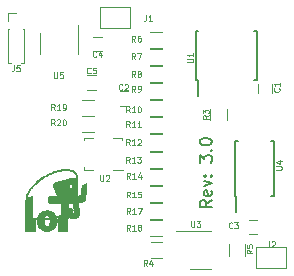
<source format=gto>
G04 #@! TF.FileFunction,Legend,Top*
%FSLAX46Y46*%
G04 Gerber Fmt 4.6, Leading zero omitted, Abs format (unit mm)*
G04 Created by KiCad (PCBNEW 4.0.6) date 04/13/18 15:31:21*
%MOMM*%
%LPD*%
G01*
G04 APERTURE LIST*
%ADD10C,0.100000*%
%ADD11C,0.200000*%
%ADD12C,0.120000*%
%ADD13C,0.150000*%
%ADD14C,0.010000*%
G04 APERTURE END LIST*
D10*
D11*
X167777381Y-97659523D02*
X167301190Y-97992857D01*
X167777381Y-98230952D02*
X166777381Y-98230952D01*
X166777381Y-97849999D01*
X166825000Y-97754761D01*
X166872619Y-97707142D01*
X166967857Y-97659523D01*
X167110714Y-97659523D01*
X167205952Y-97707142D01*
X167253571Y-97754761D01*
X167301190Y-97849999D01*
X167301190Y-98230952D01*
X167729762Y-96849999D02*
X167777381Y-96945237D01*
X167777381Y-97135714D01*
X167729762Y-97230952D01*
X167634524Y-97278571D01*
X167253571Y-97278571D01*
X167158333Y-97230952D01*
X167110714Y-97135714D01*
X167110714Y-96945237D01*
X167158333Y-96849999D01*
X167253571Y-96802380D01*
X167348810Y-96802380D01*
X167444048Y-97278571D01*
X167110714Y-96469047D02*
X167777381Y-96230952D01*
X167110714Y-95992856D01*
X167682143Y-95611904D02*
X167729762Y-95564285D01*
X167777381Y-95611904D01*
X167729762Y-95659523D01*
X167682143Y-95611904D01*
X167777381Y-95611904D01*
X167158333Y-95611904D02*
X167205952Y-95564285D01*
X167253571Y-95611904D01*
X167205952Y-95659523D01*
X167158333Y-95611904D01*
X167253571Y-95611904D01*
X166777381Y-94469047D02*
X166777381Y-93849999D01*
X167158333Y-94183333D01*
X167158333Y-94040475D01*
X167205952Y-93945237D01*
X167253571Y-93897618D01*
X167348810Y-93849999D01*
X167586905Y-93849999D01*
X167682143Y-93897618D01*
X167729762Y-93945237D01*
X167777381Y-94040475D01*
X167777381Y-94326190D01*
X167729762Y-94421428D01*
X167682143Y-94469047D01*
X167682143Y-93421428D02*
X167729762Y-93373809D01*
X167777381Y-93421428D01*
X167729762Y-93469047D01*
X167682143Y-93421428D01*
X167777381Y-93421428D01*
X166777381Y-92754762D02*
X166777381Y-92659523D01*
X166825000Y-92564285D01*
X166872619Y-92516666D01*
X166967857Y-92469047D01*
X167158333Y-92421428D01*
X167396429Y-92421428D01*
X167586905Y-92469047D01*
X167682143Y-92516666D01*
X167729762Y-92564285D01*
X167777381Y-92659523D01*
X167777381Y-92754762D01*
X167729762Y-92850000D01*
X167682143Y-92897619D01*
X167586905Y-92945238D01*
X167396429Y-92992857D01*
X167158333Y-92992857D01*
X166967857Y-92945238D01*
X166872619Y-92897619D01*
X166825000Y-92850000D01*
X166777381Y-92754762D01*
D12*
X171700000Y-88550000D02*
X171700000Y-87850000D01*
X172900000Y-87850000D02*
X172900000Y-88550000D01*
X160725000Y-89650000D02*
X160025000Y-89650000D01*
X160025000Y-88450000D02*
X160725000Y-88450000D01*
X171650000Y-100500000D02*
X170950000Y-100500000D01*
X170950000Y-99300000D02*
X171650000Y-99300000D01*
X158450000Y-85050000D02*
X157750000Y-85050000D01*
X157750000Y-83850000D02*
X158450000Y-83850000D01*
X157250000Y-87100000D02*
X157950000Y-87100000D01*
X157950000Y-88300000D02*
X157250000Y-88300000D01*
X158330000Y-83090000D02*
X160870000Y-83090000D01*
X160870000Y-81310000D02*
X158330000Y-81310000D01*
X160870000Y-81310000D02*
X160870000Y-83090000D01*
X158330000Y-83090000D02*
X158330000Y-81310000D01*
X171530000Y-103440000D02*
X174070000Y-103440000D01*
X174070000Y-101660000D02*
X171530000Y-101660000D01*
X174070000Y-101660000D02*
X174070000Y-103440000D01*
X171530000Y-103440000D02*
X171530000Y-101660000D01*
X150505000Y-86060000D02*
X150805507Y-86060000D01*
X151594493Y-86060000D02*
X151895000Y-86060000D01*
X150505000Y-83185000D02*
X150505000Y-86060000D01*
X151895000Y-83185000D02*
X151895000Y-86060000D01*
X150505000Y-83185000D02*
X150591724Y-83185000D01*
X151808276Y-83185000D02*
X151895000Y-83185000D01*
X150505000Y-82500000D02*
X150505000Y-81815000D01*
X150505000Y-81815000D02*
X151200000Y-81815000D01*
X167670000Y-90900000D02*
X167670000Y-89900000D01*
X169030000Y-89900000D02*
X169030000Y-90900000D01*
X162600000Y-101170000D02*
X163600000Y-101170000D01*
X163600000Y-102530000D02*
X162600000Y-102530000D01*
X169270000Y-102350000D02*
X169270000Y-101350000D01*
X170630000Y-101350000D02*
X170630000Y-102350000D01*
X163550000Y-84755000D02*
X162550000Y-84755000D01*
X162550000Y-83395000D02*
X163550000Y-83395000D01*
X163550000Y-86230000D02*
X162550000Y-86230000D01*
X162550000Y-84870000D02*
X163550000Y-84870000D01*
X163550000Y-87680000D02*
X162550000Y-87680000D01*
X162550000Y-86320000D02*
X163550000Y-86320000D01*
X163550000Y-89130000D02*
X162550000Y-89130000D01*
X162550000Y-87770000D02*
X163550000Y-87770000D01*
X163575000Y-90555000D02*
X162575000Y-90555000D01*
X162575000Y-89195000D02*
X163575000Y-89195000D01*
X163550000Y-92005000D02*
X162550000Y-92005000D01*
X162550000Y-90645000D02*
X163550000Y-90645000D01*
X163550000Y-93455000D02*
X162550000Y-93455000D01*
X162550000Y-92095000D02*
X163550000Y-92095000D01*
X163550000Y-94905000D02*
X162550000Y-94905000D01*
X162550000Y-93545000D02*
X163550000Y-93545000D01*
X163550000Y-96355000D02*
X162550000Y-96355000D01*
X162550000Y-94995000D02*
X163550000Y-94995000D01*
X163550000Y-97805000D02*
X162550000Y-97805000D01*
X162550000Y-96445000D02*
X163550000Y-96445000D01*
X163550000Y-99255000D02*
X162550000Y-99255000D01*
X162550000Y-97895000D02*
X163550000Y-97895000D01*
X163575000Y-100705000D02*
X162575000Y-100705000D01*
X162575000Y-99345000D02*
X163575000Y-99345000D01*
X156800000Y-89195000D02*
X157800000Y-89195000D01*
X157800000Y-90555000D02*
X156800000Y-90555000D01*
X156800000Y-90495000D02*
X157800000Y-90495000D01*
X157800000Y-91855000D02*
X156800000Y-91855000D01*
D10*
X160275000Y-95075000D02*
X159455000Y-95075000D01*
X160175000Y-92375000D02*
X159455000Y-92375000D01*
X160175000Y-92375000D02*
X160175000Y-92595000D01*
X156975000Y-92595000D02*
X156975000Y-92375000D01*
X156975000Y-92375000D02*
X157695000Y-92375000D01*
X157695000Y-95075000D02*
X156975000Y-95075000D01*
X156975000Y-95075000D02*
X156975000Y-94855000D01*
D12*
X165900000Y-103460000D02*
X167700000Y-103460000D01*
X167700000Y-100240000D02*
X164750000Y-100240000D01*
D13*
X169775000Y-97325000D02*
X169875000Y-97325000D01*
X169775000Y-92675000D02*
X169975000Y-92675000D01*
X173025000Y-92675000D02*
X172825000Y-92675000D01*
X173025000Y-97325000D02*
X172825000Y-97325000D01*
X169775000Y-97325000D02*
X169775000Y-92675000D01*
X173025000Y-97325000D02*
X173025000Y-92675000D01*
X169875000Y-97325000D02*
X169875000Y-98675000D01*
D12*
X153240000Y-83475000D02*
X153240000Y-85275000D01*
X156460000Y-85275000D02*
X156460000Y-82825000D01*
D13*
X166425000Y-87525000D02*
X166625000Y-87525000D01*
X166425000Y-83375000D02*
X166625000Y-83375000D01*
X171575000Y-83375000D02*
X171375000Y-83375000D01*
X171575000Y-87525000D02*
X171375000Y-87525000D01*
X166425000Y-87525000D02*
X166425000Y-83375000D01*
X171575000Y-87525000D02*
X171575000Y-83375000D01*
X166625000Y-87525000D02*
X166625000Y-88825000D01*
D14*
G36*
X155363287Y-95037372D02*
X155410395Y-95038204D01*
X155457832Y-95039587D01*
X155504717Y-95041499D01*
X155550172Y-95043918D01*
X155593317Y-95046822D01*
X155633273Y-95050189D01*
X155669162Y-95053996D01*
X155678489Y-95055154D01*
X155753076Y-95066616D01*
X155823070Y-95081217D01*
X155888607Y-95099012D01*
X155949822Y-95120059D01*
X156006852Y-95144413D01*
X156059831Y-95172131D01*
X156108896Y-95203269D01*
X156154181Y-95237883D01*
X156184730Y-95265187D01*
X156222646Y-95305173D01*
X156257076Y-95349351D01*
X156287760Y-95397283D01*
X156314439Y-95448531D01*
X156336852Y-95502654D01*
X156351207Y-95546587D01*
X156359430Y-95576553D01*
X156366324Y-95605513D01*
X156372014Y-95634403D01*
X156376627Y-95664162D01*
X156380286Y-95695727D01*
X156383117Y-95730034D01*
X156385244Y-95768021D01*
X156386794Y-95810625D01*
X156386893Y-95814145D01*
X156387604Y-95836386D01*
X156388457Y-95857609D01*
X156389404Y-95876930D01*
X156390396Y-95893461D01*
X156391384Y-95906318D01*
X156392318Y-95914613D01*
X156392512Y-95915745D01*
X156393638Y-95923785D01*
X156394260Y-95934132D01*
X156394378Y-95947553D01*
X156393997Y-95964816D01*
X156393116Y-95986689D01*
X156392731Y-95994767D01*
X156390738Y-96040894D01*
X156389018Y-96092521D01*
X156387574Y-96149509D01*
X156386406Y-96211720D01*
X156385518Y-96279016D01*
X156384909Y-96351259D01*
X156384582Y-96428310D01*
X156384539Y-96510031D01*
X156384781Y-96596283D01*
X156384985Y-96636823D01*
X156385235Y-96676616D01*
X156385536Y-96717879D01*
X156385884Y-96760241D01*
X156386274Y-96803332D01*
X156386700Y-96846785D01*
X156387158Y-96890230D01*
X156387642Y-96933297D01*
X156388147Y-96975617D01*
X156388668Y-97016822D01*
X156389200Y-97056542D01*
X156389737Y-97094409D01*
X156390276Y-97130051D01*
X156390809Y-97163102D01*
X156391333Y-97193191D01*
X156391843Y-97219950D01*
X156392332Y-97243008D01*
X156392796Y-97261998D01*
X156393230Y-97276550D01*
X156393629Y-97286294D01*
X156393987Y-97290862D01*
X156394076Y-97291159D01*
X156397425Y-97291355D01*
X156405375Y-97290374D01*
X156417048Y-97288381D01*
X156431562Y-97285544D01*
X156448039Y-97282031D01*
X156465597Y-97278008D01*
X156474355Y-97275896D01*
X156519201Y-97263574D01*
X156558797Y-97249864D01*
X156593401Y-97234626D01*
X156623267Y-97217723D01*
X156648652Y-97199014D01*
X156669811Y-97178361D01*
X156681895Y-97163166D01*
X156685074Y-97158800D01*
X156687936Y-97154899D01*
X156690524Y-97151166D01*
X156692879Y-97147301D01*
X156695046Y-97143005D01*
X156697067Y-97137980D01*
X156698985Y-97131927D01*
X156700844Y-97124547D01*
X156702685Y-97115541D01*
X156704553Y-97104611D01*
X156706490Y-97091457D01*
X156708539Y-97075780D01*
X156710744Y-97057283D01*
X156713146Y-97035666D01*
X156715789Y-97010630D01*
X156718717Y-96981877D01*
X156721971Y-96949107D01*
X156725596Y-96912022D01*
X156729633Y-96870324D01*
X156734127Y-96823713D01*
X156739120Y-96771890D01*
X156741029Y-96752097D01*
X156745358Y-96707219D01*
X156749534Y-96663902D01*
X156753527Y-96622476D01*
X156757303Y-96583273D01*
X156760831Y-96546625D01*
X156764080Y-96512861D01*
X156767017Y-96482313D01*
X156769611Y-96455312D01*
X156771830Y-96432190D01*
X156773641Y-96413276D01*
X156775014Y-96398904D01*
X156775916Y-96389403D01*
X156776316Y-96385104D01*
X156776333Y-96384880D01*
X156778993Y-96384338D01*
X156786328Y-96383700D01*
X156797372Y-96383030D01*
X156811156Y-96382389D01*
X156819372Y-96382079D01*
X156850705Y-96379901D01*
X156880190Y-96375430D01*
X156908459Y-96368368D01*
X156936141Y-96358418D01*
X156963867Y-96345281D01*
X156992268Y-96328662D01*
X157021973Y-96308261D01*
X157053612Y-96283781D01*
X157086788Y-96255823D01*
X157102987Y-96241813D01*
X157115612Y-96231180D01*
X157125265Y-96223502D01*
X157132549Y-96218359D01*
X157138067Y-96215330D01*
X157142419Y-96213993D01*
X157146209Y-96213928D01*
X157146644Y-96213985D01*
X157152598Y-96217602D01*
X157156876Y-96226326D01*
X157159369Y-96239841D01*
X157159996Y-96252358D01*
X157159802Y-96256978D01*
X157159202Y-96266899D01*
X157158222Y-96281793D01*
X157156885Y-96301333D01*
X157155215Y-96325191D01*
X157153239Y-96353040D01*
X157150979Y-96384552D01*
X157148461Y-96419400D01*
X157145708Y-96457257D01*
X157142746Y-96497795D01*
X157139599Y-96540686D01*
X157136291Y-96585603D01*
X157132847Y-96632219D01*
X157129292Y-96680206D01*
X157125649Y-96729237D01*
X157121944Y-96778985D01*
X157118200Y-96829121D01*
X157114443Y-96879319D01*
X157110696Y-96929250D01*
X157106985Y-96978589D01*
X157103333Y-97027006D01*
X157099766Y-97074175D01*
X157096307Y-97119768D01*
X157092982Y-97163458D01*
X157089814Y-97204917D01*
X157086828Y-97243818D01*
X157084049Y-97279834D01*
X157081501Y-97312636D01*
X157079209Y-97341898D01*
X157077197Y-97367292D01*
X157075490Y-97388491D01*
X157074111Y-97405167D01*
X157073086Y-97416992D01*
X157072439Y-97423640D01*
X157072370Y-97424223D01*
X157063639Y-97475403D01*
X157050822Y-97522721D01*
X157033849Y-97566280D01*
X157012648Y-97606184D01*
X156987150Y-97642537D01*
X156957282Y-97675445D01*
X156922974Y-97705012D01*
X156884155Y-97731341D01*
X156851484Y-97749304D01*
X156808680Y-97768656D01*
X156760710Y-97786383D01*
X156707834Y-97802419D01*
X156650314Y-97816696D01*
X156588409Y-97829147D01*
X156522379Y-97839704D01*
X156482822Y-97844869D01*
X156470599Y-97846380D01*
X156460682Y-97847680D01*
X156454263Y-97848607D01*
X156452456Y-97848965D01*
X156452670Y-97851781D01*
X156453481Y-97859857D01*
X156454848Y-97872844D01*
X156456735Y-97890396D01*
X156459103Y-97912162D01*
X156461913Y-97937796D01*
X156465127Y-97966948D01*
X156468707Y-97999269D01*
X156472614Y-98034413D01*
X156476810Y-98072030D01*
X156481257Y-98111772D01*
X156485916Y-98153290D01*
X156488538Y-98176607D01*
X156493430Y-98220083D01*
X156498227Y-98262724D01*
X156502881Y-98304110D01*
X156507345Y-98343818D01*
X156511572Y-98381429D01*
X156515514Y-98416520D01*
X156519124Y-98448671D01*
X156522355Y-98477460D01*
X156525160Y-98502466D01*
X156527490Y-98523268D01*
X156529300Y-98539446D01*
X156530541Y-98550577D01*
X156530822Y-98553111D01*
X156536734Y-98616579D01*
X156539853Y-98675474D01*
X156540140Y-98730154D01*
X156537553Y-98780975D01*
X156532051Y-98828294D01*
X156523593Y-98872467D01*
X156512139Y-98913851D01*
X156497646Y-98952801D01*
X156480861Y-98988192D01*
X156457722Y-99026397D01*
X156430583Y-99060791D01*
X156399412Y-99091394D01*
X156364175Y-99118219D01*
X156324840Y-99141286D01*
X156281373Y-99160610D01*
X156233742Y-99176208D01*
X156181914Y-99188097D01*
X156125855Y-99196293D01*
X156065533Y-99200814D01*
X156060900Y-99201002D01*
X156005042Y-99200991D01*
X155952630Y-99196513D01*
X155903647Y-99187560D01*
X155858072Y-99174120D01*
X155815888Y-99156183D01*
X155777075Y-99133740D01*
X155741615Y-99106780D01*
X155709488Y-99075291D01*
X155680676Y-99039266D01*
X155655161Y-98998691D01*
X155640759Y-98970767D01*
X155620087Y-98921677D01*
X155602958Y-98868705D01*
X155589536Y-98812495D01*
X155579989Y-98753687D01*
X155576720Y-98723498D01*
X155575348Y-98709461D01*
X155573970Y-98697251D01*
X155572736Y-98688085D01*
X155571796Y-98683181D01*
X155571710Y-98682934D01*
X155571534Y-98683247D01*
X155571360Y-98685161D01*
X155571187Y-98688825D01*
X155571014Y-98694388D01*
X155570840Y-98701997D01*
X155570665Y-98711803D01*
X155570486Y-98723953D01*
X155570304Y-98738597D01*
X155570117Y-98755883D01*
X155569924Y-98775959D01*
X155569724Y-98798976D01*
X155569516Y-98825080D01*
X155569299Y-98854421D01*
X155569072Y-98887149D01*
X155568835Y-98923410D01*
X155568585Y-98963355D01*
X155568323Y-99007131D01*
X155568047Y-99054888D01*
X155567756Y-99106775D01*
X155567449Y-99162940D01*
X155567126Y-99223531D01*
X155566784Y-99288698D01*
X155566424Y-99358589D01*
X155566044Y-99433353D01*
X155565643Y-99513138D01*
X155565220Y-99598094D01*
X155564775Y-99688370D01*
X155564306Y-99784112D01*
X155564215Y-99802650D01*
X155562021Y-100252089D01*
X155276649Y-100251999D01*
X155229584Y-100251976D01*
X155187866Y-100251933D01*
X155151197Y-100251868D01*
X155119281Y-100251775D01*
X155091821Y-100251651D01*
X155068518Y-100251492D01*
X155049076Y-100251293D01*
X155033197Y-100251049D01*
X155020584Y-100250758D01*
X155010939Y-100250414D01*
X155003966Y-100250013D01*
X154999367Y-100249551D01*
X154996845Y-100249025D01*
X154996102Y-100248429D01*
X154996393Y-100248031D01*
X154996951Y-100247458D01*
X154997465Y-100246476D01*
X154997937Y-100244871D01*
X154998367Y-100242428D01*
X154998757Y-100238935D01*
X154999108Y-100234177D01*
X154999420Y-100227941D01*
X154999694Y-100220012D01*
X154999932Y-100210177D01*
X155000134Y-100198222D01*
X155000302Y-100183932D01*
X155000436Y-100167095D01*
X155000538Y-100147497D01*
X155000609Y-100124923D01*
X155000648Y-100099159D01*
X155000658Y-100069993D01*
X155000640Y-100037209D01*
X155000594Y-100000595D01*
X155000521Y-99959935D01*
X155000423Y-99915018D01*
X155000301Y-99865627D01*
X155000154Y-99811551D01*
X154999985Y-99752574D01*
X154999795Y-99688483D01*
X154999583Y-99619065D01*
X154999475Y-99583757D01*
X154997441Y-98923361D01*
X154965896Y-98950042D01*
X154934352Y-98976723D01*
X154932476Y-99256451D01*
X154932194Y-99300291D01*
X154931925Y-99345749D01*
X154931672Y-99392085D01*
X154931439Y-99438555D01*
X154931227Y-99484418D01*
X154931040Y-99528931D01*
X154930883Y-99571354D01*
X154930756Y-99610943D01*
X154930665Y-99646956D01*
X154930611Y-99678652D01*
X154930598Y-99700106D01*
X154930564Y-99734026D01*
X154930470Y-99772431D01*
X154930319Y-99814162D01*
X154930120Y-99858058D01*
X154929877Y-99902961D01*
X154929597Y-99947712D01*
X154929286Y-99991151D01*
X154928950Y-100032119D01*
X154928723Y-100056650D01*
X154926851Y-100249267D01*
X154741511Y-100249267D01*
X154741511Y-99664765D01*
X154741509Y-99597113D01*
X154741503Y-99534881D01*
X154741491Y-99477845D01*
X154741470Y-99425779D01*
X154741439Y-99378459D01*
X154741395Y-99335660D01*
X154741338Y-99297158D01*
X154741265Y-99262729D01*
X154741173Y-99232147D01*
X154741062Y-99205188D01*
X154740930Y-99181627D01*
X154740774Y-99161240D01*
X154740592Y-99143802D01*
X154740383Y-99129089D01*
X154740145Y-99116876D01*
X154739875Y-99106938D01*
X154739573Y-99099050D01*
X154739235Y-99092989D01*
X154738861Y-99088530D01*
X154738447Y-99085447D01*
X154737994Y-99083517D01*
X154737497Y-99082514D01*
X154736956Y-99082214D01*
X154736572Y-99082293D01*
X154726737Y-99086194D01*
X154713064Y-99091431D01*
X154697036Y-99097453D01*
X154680135Y-99103714D01*
X154663843Y-99109663D01*
X154649644Y-99114751D01*
X154639020Y-99118430D01*
X154638500Y-99118604D01*
X154627670Y-99122327D01*
X154618712Y-99125632D01*
X154613144Y-99127952D01*
X154612346Y-99128380D01*
X154611164Y-99130526D01*
X154611170Y-99135251D01*
X154612477Y-99143297D01*
X154615199Y-99155403D01*
X154618557Y-99168841D01*
X154629676Y-99216898D01*
X154637751Y-99263091D01*
X154643019Y-99309339D01*
X154645718Y-99357562D01*
X154646205Y-99392723D01*
X154643745Y-99462682D01*
X154636415Y-99530104D01*
X154624094Y-99595508D01*
X154606658Y-99659412D01*
X154583984Y-99722335D01*
X154555950Y-99784794D01*
X154550937Y-99794824D01*
X154517307Y-99855143D01*
X154479387Y-99912080D01*
X154437435Y-99965443D01*
X154391708Y-100015044D01*
X154342463Y-100060692D01*
X154289958Y-100102198D01*
X154234450Y-100139371D01*
X154176196Y-100172022D01*
X154115453Y-100199961D01*
X154052479Y-100222999D01*
X153987530Y-100240944D01*
X153931533Y-100251961D01*
X153869172Y-100259677D01*
X153806155Y-100262976D01*
X153744150Y-100261793D01*
X153721278Y-100260162D01*
X153654129Y-100251558D01*
X153588263Y-100237561D01*
X153523956Y-100218335D01*
X153461487Y-100194041D01*
X153401133Y-100164842D01*
X153343173Y-100130899D01*
X153287884Y-100092376D01*
X153235545Y-100049434D01*
X153186433Y-100002235D01*
X153140827Y-99950943D01*
X153100389Y-99897700D01*
X153063688Y-99840476D01*
X153031582Y-99780089D01*
X153004166Y-99716782D01*
X152981538Y-99650802D01*
X152963792Y-99582393D01*
X152952192Y-99519723D01*
X152947824Y-99482877D01*
X152945139Y-99442119D01*
X152944142Y-99398929D01*
X152944420Y-99381310D01*
X153534558Y-99381310D01*
X153536656Y-99440576D01*
X153542264Y-99499939D01*
X153551230Y-99558095D01*
X153563399Y-99613739D01*
X153574882Y-99654132D01*
X153590922Y-99699403D01*
X153609004Y-99740548D01*
X153628975Y-99777370D01*
X153650681Y-99809670D01*
X153673968Y-99837252D01*
X153698682Y-99859917D01*
X153724670Y-99877467D01*
X153751779Y-99889706D01*
X153760124Y-99892317D01*
X153776003Y-99895058D01*
X153794871Y-99895674D01*
X153814535Y-99894278D01*
X153832804Y-99890988D01*
X153842633Y-99887984D01*
X153869286Y-99875065D01*
X153894806Y-99856874D01*
X153919036Y-99833701D01*
X153941814Y-99805834D01*
X153962981Y-99773562D01*
X153982378Y-99737173D01*
X153999844Y-99696958D01*
X154015221Y-99653204D01*
X154028348Y-99606200D01*
X154039065Y-99556235D01*
X154044596Y-99522769D01*
X154052088Y-99455984D01*
X154055142Y-99388837D01*
X154054692Y-99346156D01*
X154053864Y-99325754D01*
X154052802Y-99305994D01*
X154051575Y-99287699D01*
X154050252Y-99271690D01*
X154048901Y-99258789D01*
X154047590Y-99249819D01*
X154046389Y-99245600D01*
X154046298Y-99245491D01*
X154043256Y-99245373D01*
X154035588Y-99245771D01*
X154024282Y-99246617D01*
X154010327Y-99247838D01*
X154001769Y-99248656D01*
X153945759Y-99253598D01*
X153884285Y-99257952D01*
X153817497Y-99261709D01*
X153745546Y-99264862D01*
X153668582Y-99267403D01*
X153618275Y-99268671D01*
X153597964Y-99269150D01*
X153579587Y-99269630D01*
X153563874Y-99270087D01*
X153551553Y-99270499D01*
X153543353Y-99270844D01*
X153540004Y-99271098D01*
X153539966Y-99271115D01*
X153539580Y-99274018D01*
X153538932Y-99281658D01*
X153538091Y-99293139D01*
X153537120Y-99307562D01*
X153536123Y-99323445D01*
X153534558Y-99381310D01*
X152944420Y-99381310D01*
X152944840Y-99354784D01*
X152947239Y-99311163D01*
X152951163Y-99271028D01*
X152952922Y-99256577D01*
X152934933Y-99254893D01*
X152926197Y-99254245D01*
X152913133Y-99253492D01*
X152897057Y-99252700D01*
X152879282Y-99251935D01*
X152864028Y-99251361D01*
X152811111Y-99249513D01*
X152811111Y-100243623D01*
X152648319Y-100243623D01*
X152646672Y-99742326D01*
X152646486Y-99689550D01*
X152646280Y-99638290D01*
X152646056Y-99588832D01*
X152645817Y-99541461D01*
X152645565Y-99496462D01*
X152645301Y-99454120D01*
X152645030Y-99414720D01*
X152644752Y-99378547D01*
X152644469Y-99345887D01*
X152644185Y-99317024D01*
X152643902Y-99292244D01*
X152643621Y-99271832D01*
X152643344Y-99256072D01*
X152643075Y-99245250D01*
X152642816Y-99239652D01*
X152642696Y-99238904D01*
X152639089Y-99237892D01*
X152631081Y-99236767D01*
X152619909Y-99235676D01*
X152608617Y-99234871D01*
X152576867Y-99232964D01*
X152576864Y-99541443D01*
X152576844Y-99587917D01*
X152576787Y-99636382D01*
X152576696Y-99686094D01*
X152576573Y-99736306D01*
X152576421Y-99786276D01*
X152576243Y-99835258D01*
X152576042Y-99882507D01*
X152575820Y-99927279D01*
X152575580Y-99968829D01*
X152575326Y-100006412D01*
X152575059Y-100039285D01*
X152574989Y-100046773D01*
X152573117Y-100243623D01*
X152009836Y-100243623D01*
X152008715Y-99528895D01*
X152008571Y-99444343D01*
X152008409Y-99364375D01*
X152008230Y-99289062D01*
X152008035Y-99218476D01*
X152007921Y-99182472D01*
X153553355Y-99182472D01*
X153553932Y-99183959D01*
X153556128Y-99185044D01*
X153560640Y-99185771D01*
X153568167Y-99186183D01*
X153579404Y-99186325D01*
X153595051Y-99186239D01*
X153610505Y-99186045D01*
X153629794Y-99185703D01*
X153653124Y-99185175D01*
X153678897Y-99184506D01*
X153705515Y-99183739D01*
X153731379Y-99182916D01*
X153746678Y-99182384D01*
X153772594Y-99181349D01*
X153799955Y-99180077D01*
X153828183Y-99178611D01*
X153856702Y-99176990D01*
X153884938Y-99175257D01*
X153912313Y-99173452D01*
X153938251Y-99171617D01*
X153962177Y-99169792D01*
X153983515Y-99168020D01*
X154001688Y-99166340D01*
X154016120Y-99164796D01*
X154026236Y-99163427D01*
X154031459Y-99162274D01*
X154031980Y-99161983D01*
X154031764Y-99158888D01*
X154030162Y-99151443D01*
X154027464Y-99140688D01*
X154023960Y-99127663D01*
X154019939Y-99113409D01*
X154015691Y-99098965D01*
X154011506Y-99085372D01*
X154007673Y-99073669D01*
X154006242Y-99069578D01*
X153990476Y-99030423D01*
X153972480Y-98994220D01*
X153952568Y-98961349D01*
X153931052Y-98932189D01*
X153908246Y-98907119D01*
X153884464Y-98886520D01*
X153860019Y-98870772D01*
X153835224Y-98860254D01*
X153832949Y-98859566D01*
X153813383Y-98855899D01*
X153791451Y-98855113D01*
X153769596Y-98857140D01*
X153750383Y-98861870D01*
X153724084Y-98874029D01*
X153698629Y-98891500D01*
X153674254Y-98913982D01*
X153651194Y-98941176D01*
X153629686Y-98972781D01*
X153609964Y-99008496D01*
X153592266Y-99048022D01*
X153581607Y-99076634D01*
X153577102Y-99090379D01*
X153572293Y-99106180D01*
X153567472Y-99122945D01*
X153562930Y-99139582D01*
X153558959Y-99155001D01*
X153555850Y-99168110D01*
X153553894Y-99177817D01*
X153553355Y-99182472D01*
X152007921Y-99182472D01*
X152007825Y-99152686D01*
X152007598Y-99091764D01*
X152007357Y-99035782D01*
X152007101Y-98984808D01*
X152006830Y-98938916D01*
X152006545Y-98898175D01*
X152006247Y-98862657D01*
X152005935Y-98832433D01*
X152005611Y-98807573D01*
X152005274Y-98788148D01*
X152004925Y-98774229D01*
X152004584Y-98766189D01*
X152002971Y-98736864D01*
X152001473Y-98702476D01*
X152000095Y-98663607D01*
X151998842Y-98620837D01*
X151997718Y-98574747D01*
X151996729Y-98525918D01*
X151995878Y-98474932D01*
X151995171Y-98422368D01*
X151994613Y-98368808D01*
X151994207Y-98314832D01*
X151993959Y-98261023D01*
X151993873Y-98207959D01*
X151993954Y-98156223D01*
X151994207Y-98106396D01*
X151994637Y-98059057D01*
X151995248Y-98014789D01*
X151996044Y-97974171D01*
X151996875Y-97943511D01*
X152080155Y-97943511D01*
X152574044Y-97943511D01*
X152574044Y-99157067D01*
X152584628Y-99157264D01*
X152589274Y-99157424D01*
X152599043Y-99157815D01*
X152613418Y-99158417D01*
X152631883Y-99159206D01*
X152653923Y-99160160D01*
X152679021Y-99161257D01*
X152706661Y-99162475D01*
X152736326Y-99163790D01*
X152767502Y-99165182D01*
X152771600Y-99165365D01*
X152802935Y-99166768D01*
X152832830Y-99168102D01*
X152860767Y-99169346D01*
X152886231Y-99170476D01*
X152908704Y-99171470D01*
X152927671Y-99172304D01*
X152942615Y-99172957D01*
X152953019Y-99173404D01*
X152958367Y-99173624D01*
X152958661Y-99173635D01*
X152966360Y-99173009D01*
X152970209Y-99170780D01*
X152970328Y-99170473D01*
X152971482Y-99166764D01*
X152974083Y-99158606D01*
X152977837Y-99146919D01*
X152982448Y-99132622D01*
X152987321Y-99117556D01*
X153010502Y-99053551D01*
X153037402Y-98993506D01*
X153068362Y-98936859D01*
X153103727Y-98883046D01*
X153143839Y-98831505D01*
X153189040Y-98781673D01*
X153196288Y-98774302D01*
X153224295Y-98746904D01*
X153250488Y-98723075D01*
X153276204Y-98701702D01*
X153302781Y-98681672D01*
X153330970Y-98662260D01*
X153389403Y-98626864D01*
X153449844Y-98596616D01*
X153511981Y-98571519D01*
X153575501Y-98551577D01*
X153640091Y-98536793D01*
X153705438Y-98527170D01*
X153771230Y-98522711D01*
X153837153Y-98523420D01*
X153902894Y-98529301D01*
X153968141Y-98540355D01*
X154032581Y-98556588D01*
X154095900Y-98578001D01*
X154157786Y-98604599D01*
X154217925Y-98636384D01*
X154244800Y-98652674D01*
X154300754Y-98691334D01*
X154353479Y-98734487D01*
X154402688Y-98781806D01*
X154448094Y-98832965D01*
X154489410Y-98887640D01*
X154526348Y-98945504D01*
X154558622Y-99006232D01*
X154560889Y-99010983D01*
X154567464Y-99024438D01*
X154573444Y-99035871D01*
X154578332Y-99044392D01*
X154581633Y-99049117D01*
X154582549Y-99049778D01*
X154587932Y-99048770D01*
X154597831Y-99045843D01*
X154611557Y-99041257D01*
X154628420Y-99035273D01*
X154647728Y-99028152D01*
X154668794Y-99020156D01*
X154690926Y-99011545D01*
X154713436Y-99002580D01*
X154735632Y-98993522D01*
X154756825Y-98984632D01*
X154771144Y-98978451D01*
X154790988Y-98969506D01*
X154813046Y-98959115D01*
X154836603Y-98947652D01*
X154860943Y-98935493D01*
X154885348Y-98923014D01*
X154909103Y-98910591D01*
X154931490Y-98898599D01*
X154951795Y-98887414D01*
X154969299Y-98877412D01*
X154983288Y-98868967D01*
X154993044Y-98862457D01*
X154994592Y-98861289D01*
X155000729Y-98856500D01*
X155002756Y-98361906D01*
X155002900Y-98326657D01*
X155571348Y-98326657D01*
X155571408Y-98353591D01*
X155571569Y-98375784D01*
X155571832Y-98393366D01*
X155572197Y-98406464D01*
X155572665Y-98415209D01*
X155573235Y-98419729D01*
X155573629Y-98420467D01*
X155577127Y-98418581D01*
X155581009Y-98414948D01*
X155585484Y-98411000D01*
X155593359Y-98404972D01*
X155603305Y-98397861D01*
X155609026Y-98393951D01*
X155644311Y-98373375D01*
X155681009Y-98357959D01*
X155718670Y-98347739D01*
X155756840Y-98342753D01*
X155795068Y-98343035D01*
X155832901Y-98348622D01*
X155869887Y-98359551D01*
X155896183Y-98370967D01*
X155915682Y-98381603D01*
X155934631Y-98393687D01*
X155952265Y-98406577D01*
X155967819Y-98419634D01*
X155980530Y-98432217D01*
X155989633Y-98443686D01*
X155994311Y-98453201D01*
X155996854Y-98468991D01*
X155996455Y-98487878D01*
X155993058Y-98510291D01*
X155986604Y-98536660D01*
X155980358Y-98557325D01*
X155976928Y-98568173D01*
X155974530Y-98576775D01*
X155973020Y-98584498D01*
X155972255Y-98592711D01*
X155972094Y-98602782D01*
X155972393Y-98616078D01*
X155972843Y-98629292D01*
X155974355Y-98655918D01*
X155977049Y-98678769D01*
X155981254Y-98699648D01*
X155987301Y-98720359D01*
X155991778Y-98732996D01*
X155997983Y-98748001D01*
X156005787Y-98764521D01*
X156014214Y-98780652D01*
X156022290Y-98794488D01*
X156026464Y-98800761D01*
X156033884Y-98809207D01*
X156041074Y-98812448D01*
X156049310Y-98810719D01*
X156056867Y-98806353D01*
X156068568Y-98795159D01*
X156078290Y-98778682D01*
X156086032Y-98756922D01*
X156091793Y-98729880D01*
X156095575Y-98697554D01*
X156097376Y-98659944D01*
X156097198Y-98617051D01*
X156095040Y-98568874D01*
X156090901Y-98515413D01*
X156084783Y-98456668D01*
X156076684Y-98392639D01*
X156066605Y-98323324D01*
X156054547Y-98248725D01*
X156040508Y-98168841D01*
X156024489Y-98083672D01*
X156006489Y-97993217D01*
X155998579Y-97954800D01*
X155994393Y-97934708D01*
X155990515Y-97916183D01*
X155987114Y-97900020D01*
X155984355Y-97887012D01*
X155982408Y-97877954D01*
X155981445Y-97873661D01*
X155979855Y-97867311D01*
X155574993Y-97867311D01*
X155573119Y-98058277D01*
X155572571Y-98116364D01*
X155572125Y-98168936D01*
X155571779Y-98216122D01*
X155571534Y-98258052D01*
X155571390Y-98294854D01*
X155571348Y-98326657D01*
X155002900Y-98326657D01*
X155004782Y-97867311D01*
X153988865Y-97867311D01*
X153976427Y-97860756D01*
X153964956Y-97852429D01*
X153953647Y-97840257D01*
X153943866Y-97825910D01*
X153937942Y-97813689D01*
X153936972Y-97810827D01*
X153936132Y-97807304D01*
X153935409Y-97802706D01*
X153934793Y-97796616D01*
X153934270Y-97788620D01*
X153933831Y-97778301D01*
X153933462Y-97765245D01*
X153933152Y-97749035D01*
X153932889Y-97729258D01*
X153932662Y-97705496D01*
X153932459Y-97677336D01*
X153932268Y-97644360D01*
X153932078Y-97606256D01*
X153931900Y-97566488D01*
X153931783Y-97531942D01*
X153931747Y-97502196D01*
X153931813Y-97476829D01*
X153932001Y-97455417D01*
X153932331Y-97437540D01*
X153932823Y-97422774D01*
X153933498Y-97410699D01*
X153934376Y-97400891D01*
X153935477Y-97392929D01*
X153936821Y-97386391D01*
X153938429Y-97380855D01*
X153940321Y-97375898D01*
X153942517Y-97371099D01*
X153943455Y-97369189D01*
X153951022Y-97357213D01*
X153961220Y-97345304D01*
X153972200Y-97335470D01*
X153978100Y-97331562D01*
X153979726Y-97330850D01*
X153982107Y-97330208D01*
X153985545Y-97329632D01*
X153990342Y-97329117D01*
X153996800Y-97328657D01*
X154005221Y-97328247D01*
X154015906Y-97327881D01*
X154029159Y-97327554D01*
X154045280Y-97327260D01*
X154064572Y-97326996D01*
X154087336Y-97326754D01*
X154113875Y-97326530D01*
X154144490Y-97326318D01*
X154179484Y-97326113D01*
X154219158Y-97325910D01*
X154263815Y-97325703D01*
X154313756Y-97325488D01*
X154324016Y-97325445D01*
X154661466Y-97324034D01*
X154495360Y-96862600D01*
X154473817Y-96802695D01*
X154453524Y-96746147D01*
X154434535Y-96693104D01*
X154416903Y-96643719D01*
X154400679Y-96598141D01*
X154385918Y-96556521D01*
X154372673Y-96519009D01*
X154360995Y-96485756D01*
X154350939Y-96456912D01*
X154342558Y-96432628D01*
X154335904Y-96413054D01*
X154331030Y-96398340D01*
X154327990Y-96388638D01*
X154326853Y-96384234D01*
X154325869Y-96362575D01*
X154329295Y-96340803D01*
X154337349Y-96317784D01*
X154341194Y-96309445D01*
X154346862Y-96298505D01*
X154352739Y-96289075D01*
X154359837Y-96279836D01*
X154369167Y-96269468D01*
X154381379Y-96257012D01*
X154406182Y-96234493D01*
X154434678Y-96212818D01*
X154467168Y-96191825D01*
X154503957Y-96171349D01*
X154545347Y-96151226D01*
X154591642Y-96131292D01*
X154643145Y-96111385D01*
X154666722Y-96102879D01*
X154712840Y-96087480D01*
X154763671Y-96072182D01*
X154818287Y-96057205D01*
X154875757Y-96042767D01*
X154935153Y-96029087D01*
X154995544Y-96016384D01*
X155056001Y-96004877D01*
X155115596Y-95994785D01*
X155143678Y-95990500D01*
X155161222Y-95988005D01*
X155180507Y-95985400D01*
X155200588Y-95982798D01*
X155220516Y-95980313D01*
X155239347Y-95978060D01*
X155256134Y-95976152D01*
X155269930Y-95974702D01*
X155279790Y-95973826D01*
X155284026Y-95973613D01*
X155291730Y-95973600D01*
X155278749Y-95993667D01*
X155259570Y-96027242D01*
X155242058Y-96066002D01*
X155226274Y-96109720D01*
X155212275Y-96158170D01*
X155200120Y-96211126D01*
X155189869Y-96268363D01*
X155181580Y-96329655D01*
X155175701Y-96389878D01*
X155174601Y-96407542D01*
X155173727Y-96429824D01*
X155173079Y-96455703D01*
X155172658Y-96484156D01*
X155172462Y-96514161D01*
X155172491Y-96544697D01*
X155172746Y-96574742D01*
X155173226Y-96603273D01*
X155173930Y-96629270D01*
X155174859Y-96651710D01*
X155175767Y-96666456D01*
X155185382Y-96770753D01*
X155198769Y-96877975D01*
X155215738Y-96987024D01*
X155236103Y-97096800D01*
X155259676Y-97206205D01*
X155286270Y-97314140D01*
X155286459Y-97314861D01*
X155289240Y-97325445D01*
X155321675Y-97325445D01*
X155336624Y-97325274D01*
X155346708Y-97324703D01*
X155352702Y-97323647D01*
X155355376Y-97322016D01*
X155355574Y-97321630D01*
X155355432Y-97317657D01*
X155354052Y-97309302D01*
X155351647Y-97297637D01*
X155348428Y-97283737D01*
X155346880Y-97277478D01*
X155328058Y-97198962D01*
X155310835Y-97119451D01*
X155295286Y-97039532D01*
X155281482Y-96959788D01*
X155269498Y-96880803D01*
X155259405Y-96803162D01*
X155251278Y-96727450D01*
X155245188Y-96654251D01*
X155241208Y-96584149D01*
X155239413Y-96517730D01*
X155239848Y-96458955D01*
X155663484Y-96458955D01*
X155664487Y-96488473D01*
X155670560Y-96517330D01*
X155680464Y-96542158D01*
X155696114Y-96567467D01*
X155715577Y-96588824D01*
X155738427Y-96605904D01*
X155764235Y-96618385D01*
X155790710Y-96625614D01*
X155806341Y-96627055D01*
X155824838Y-96626644D01*
X155843809Y-96624575D01*
X155860858Y-96621041D01*
X155865732Y-96619560D01*
X155887308Y-96610662D01*
X155905828Y-96599107D01*
X155923481Y-96583519D01*
X155924218Y-96582774D01*
X155941902Y-96560914D01*
X155955491Y-96535903D01*
X155964770Y-96508686D01*
X155969526Y-96480209D01*
X155969547Y-96451417D01*
X155964618Y-96423256D01*
X155962087Y-96414907D01*
X155950034Y-96387074D01*
X155933982Y-96362839D01*
X155914364Y-96342522D01*
X155891608Y-96326441D01*
X155866145Y-96314917D01*
X155838406Y-96308268D01*
X155816211Y-96306672D01*
X155788331Y-96309332D01*
X155761506Y-96317191D01*
X155736550Y-96329808D01*
X155714275Y-96346741D01*
X155695494Y-96367551D01*
X155690395Y-96374896D01*
X155676488Y-96401320D01*
X155667502Y-96429621D01*
X155663484Y-96458955D01*
X155239848Y-96458955D01*
X155239874Y-96455577D01*
X155240890Y-96428024D01*
X155245222Y-96362017D01*
X155251791Y-96300928D01*
X155260673Y-96244458D01*
X155271945Y-96192310D01*
X155285682Y-96144188D01*
X155301962Y-96099792D01*
X155320859Y-96058827D01*
X155342452Y-96020994D01*
X155347200Y-96013625D01*
X155370383Y-95982978D01*
X155398888Y-95953310D01*
X155432450Y-95924786D01*
X155470805Y-95897569D01*
X155513689Y-95871824D01*
X155560839Y-95847717D01*
X155611989Y-95825410D01*
X155666877Y-95805070D01*
X155698244Y-95794879D01*
X155757834Y-95777934D01*
X155817199Y-95763984D01*
X155875916Y-95753036D01*
X155933562Y-95745097D01*
X155989713Y-95740175D01*
X156043947Y-95738275D01*
X156095840Y-95739407D01*
X156144968Y-95743576D01*
X156190910Y-95750790D01*
X156233240Y-95761056D01*
X156271537Y-95774381D01*
X156294373Y-95784841D01*
X156304890Y-95790203D01*
X156303679Y-95782419D01*
X156303049Y-95776493D01*
X156302275Y-95766431D01*
X156301462Y-95753736D01*
X156300838Y-95742312D01*
X156295542Y-95683161D01*
X156285793Y-95625598D01*
X156271754Y-95570108D01*
X156253588Y-95517179D01*
X156231459Y-95467299D01*
X156205529Y-95420955D01*
X156181225Y-95385506D01*
X156149618Y-95347335D01*
X156114498Y-95312356D01*
X156075723Y-95280508D01*
X156033147Y-95251730D01*
X155986626Y-95225961D01*
X155936018Y-95203141D01*
X155881178Y-95183208D01*
X155821963Y-95166101D01*
X155758227Y-95151760D01*
X155689828Y-95140124D01*
X155616621Y-95131131D01*
X155570508Y-95126993D01*
X155552236Y-95125779D01*
X155529346Y-95124601D01*
X155502798Y-95123483D01*
X155473553Y-95122447D01*
X155442569Y-95121516D01*
X155410807Y-95120712D01*
X155379226Y-95120059D01*
X155348788Y-95119579D01*
X155320452Y-95119296D01*
X155295177Y-95119231D01*
X155273924Y-95119407D01*
X155262211Y-95119678D01*
X155171667Y-95124857D01*
X155078157Y-95134633D01*
X154981891Y-95148937D01*
X154883077Y-95167700D01*
X154781925Y-95190851D01*
X154678641Y-95218322D01*
X154573437Y-95250041D01*
X154466520Y-95285941D01*
X154358099Y-95325951D01*
X154248383Y-95370001D01*
X154137580Y-95418023D01*
X154025900Y-95469945D01*
X153913551Y-95525698D01*
X153800742Y-95585214D01*
X153701491Y-95640509D01*
X153584813Y-95709202D01*
X153470614Y-95780569D01*
X153359168Y-95854385D01*
X153250749Y-95930425D01*
X153145630Y-96008464D01*
X153044084Y-96088277D01*
X152946386Y-96169639D01*
X152852808Y-96252326D01*
X152763624Y-96336112D01*
X152679108Y-96420772D01*
X152599532Y-96506082D01*
X152525172Y-96591816D01*
X152485235Y-96640775D01*
X152427081Y-96716637D01*
X152373428Y-96792568D01*
X152324381Y-96868366D01*
X152280046Y-96943823D01*
X152240528Y-97018735D01*
X152205932Y-97092896D01*
X152176364Y-97166102D01*
X152151930Y-97238146D01*
X152132734Y-97308825D01*
X152125662Y-97340967D01*
X152122251Y-97358527D01*
X152118967Y-97376855D01*
X152115936Y-97395074D01*
X152113285Y-97412309D01*
X152111144Y-97427685D01*
X152109638Y-97440326D01*
X152108894Y-97449357D01*
X152109041Y-97453902D01*
X152109199Y-97454206D01*
X152112070Y-97453473D01*
X152118250Y-97450165D01*
X152126450Y-97444980D01*
X152127161Y-97444500D01*
X152153216Y-97428856D01*
X152184086Y-97413749D01*
X152218948Y-97399412D01*
X152256982Y-97386078D01*
X152297366Y-97373979D01*
X152339278Y-97363349D01*
X152381897Y-97354419D01*
X152424401Y-97347423D01*
X152465968Y-97342594D01*
X152493682Y-97340647D01*
X152520272Y-97340119D01*
X152543313Y-97341287D01*
X152562388Y-97344072D01*
X152577081Y-97348397D01*
X152586974Y-97354185D01*
X152590601Y-97358635D01*
X152591037Y-97362363D01*
X152591339Y-97371495D01*
X152591508Y-97385792D01*
X152591546Y-97405014D01*
X152591453Y-97428922D01*
X152591231Y-97457278D01*
X152590881Y-97489843D01*
X152590404Y-97526376D01*
X152589802Y-97566640D01*
X152589387Y-97592145D01*
X152588787Y-97628158D01*
X152588213Y-97662967D01*
X152587673Y-97696096D01*
X152587174Y-97727071D01*
X152586723Y-97755416D01*
X152586328Y-97780657D01*
X152585997Y-97802318D01*
X152585737Y-97819925D01*
X152585555Y-97833002D01*
X152585458Y-97841075D01*
X152585446Y-97842617D01*
X152585333Y-97864489D01*
X152083829Y-97864489D01*
X152082007Y-97892006D01*
X152081196Y-97905487D01*
X152080567Y-97918283D01*
X152080214Y-97928378D01*
X152080170Y-97931517D01*
X152080155Y-97943511D01*
X151996875Y-97943511D01*
X151997031Y-97937786D01*
X151997722Y-97918111D01*
X151999967Y-97863048D01*
X152002404Y-97808669D01*
X152005005Y-97755427D01*
X152007740Y-97703772D01*
X152010581Y-97654153D01*
X152013498Y-97607023D01*
X152016462Y-97562830D01*
X152019444Y-97522027D01*
X152022416Y-97485063D01*
X152025348Y-97452388D01*
X152028210Y-97424455D01*
X152030976Y-97401712D01*
X152030985Y-97401645D01*
X152043920Y-97326080D01*
X152062347Y-97249595D01*
X152086202Y-97172282D01*
X152115424Y-97094231D01*
X152149951Y-97015533D01*
X152189721Y-96936280D01*
X152234672Y-96856563D01*
X152284741Y-96776473D01*
X152339866Y-96696101D01*
X152399986Y-96615538D01*
X152465038Y-96534876D01*
X152534960Y-96454206D01*
X152609691Y-96373619D01*
X152689168Y-96293206D01*
X152773328Y-96213058D01*
X152862111Y-96133266D01*
X152939730Y-96066988D01*
X153048753Y-95978862D01*
X153161841Y-95893006D01*
X153278515Y-95809688D01*
X153398298Y-95729179D01*
X153520712Y-95651746D01*
X153645279Y-95577659D01*
X153771520Y-95507188D01*
X153898958Y-95440601D01*
X154027114Y-95378167D01*
X154155511Y-95320156D01*
X154283671Y-95266836D01*
X154411115Y-95218477D01*
X154504444Y-95186123D01*
X154614504Y-95151363D01*
X154721698Y-95121226D01*
X154826308Y-95095650D01*
X154928617Y-95074575D01*
X155028907Y-95057937D01*
X155127460Y-95045676D01*
X155163433Y-95042246D01*
X155195715Y-95039993D01*
X155232720Y-95038401D01*
X155273570Y-95037448D01*
X155317385Y-95037113D01*
X155363287Y-95037372D01*
X155363287Y-95037372D01*
G37*
X155363287Y-95037372D02*
X155410395Y-95038204D01*
X155457832Y-95039587D01*
X155504717Y-95041499D01*
X155550172Y-95043918D01*
X155593317Y-95046822D01*
X155633273Y-95050189D01*
X155669162Y-95053996D01*
X155678489Y-95055154D01*
X155753076Y-95066616D01*
X155823070Y-95081217D01*
X155888607Y-95099012D01*
X155949822Y-95120059D01*
X156006852Y-95144413D01*
X156059831Y-95172131D01*
X156108896Y-95203269D01*
X156154181Y-95237883D01*
X156184730Y-95265187D01*
X156222646Y-95305173D01*
X156257076Y-95349351D01*
X156287760Y-95397283D01*
X156314439Y-95448531D01*
X156336852Y-95502654D01*
X156351207Y-95546587D01*
X156359430Y-95576553D01*
X156366324Y-95605513D01*
X156372014Y-95634403D01*
X156376627Y-95664162D01*
X156380286Y-95695727D01*
X156383117Y-95730034D01*
X156385244Y-95768021D01*
X156386794Y-95810625D01*
X156386893Y-95814145D01*
X156387604Y-95836386D01*
X156388457Y-95857609D01*
X156389404Y-95876930D01*
X156390396Y-95893461D01*
X156391384Y-95906318D01*
X156392318Y-95914613D01*
X156392512Y-95915745D01*
X156393638Y-95923785D01*
X156394260Y-95934132D01*
X156394378Y-95947553D01*
X156393997Y-95964816D01*
X156393116Y-95986689D01*
X156392731Y-95994767D01*
X156390738Y-96040894D01*
X156389018Y-96092521D01*
X156387574Y-96149509D01*
X156386406Y-96211720D01*
X156385518Y-96279016D01*
X156384909Y-96351259D01*
X156384582Y-96428310D01*
X156384539Y-96510031D01*
X156384781Y-96596283D01*
X156384985Y-96636823D01*
X156385235Y-96676616D01*
X156385536Y-96717879D01*
X156385884Y-96760241D01*
X156386274Y-96803332D01*
X156386700Y-96846785D01*
X156387158Y-96890230D01*
X156387642Y-96933297D01*
X156388147Y-96975617D01*
X156388668Y-97016822D01*
X156389200Y-97056542D01*
X156389737Y-97094409D01*
X156390276Y-97130051D01*
X156390809Y-97163102D01*
X156391333Y-97193191D01*
X156391843Y-97219950D01*
X156392332Y-97243008D01*
X156392796Y-97261998D01*
X156393230Y-97276550D01*
X156393629Y-97286294D01*
X156393987Y-97290862D01*
X156394076Y-97291159D01*
X156397425Y-97291355D01*
X156405375Y-97290374D01*
X156417048Y-97288381D01*
X156431562Y-97285544D01*
X156448039Y-97282031D01*
X156465597Y-97278008D01*
X156474355Y-97275896D01*
X156519201Y-97263574D01*
X156558797Y-97249864D01*
X156593401Y-97234626D01*
X156623267Y-97217723D01*
X156648652Y-97199014D01*
X156669811Y-97178361D01*
X156681895Y-97163166D01*
X156685074Y-97158800D01*
X156687936Y-97154899D01*
X156690524Y-97151166D01*
X156692879Y-97147301D01*
X156695046Y-97143005D01*
X156697067Y-97137980D01*
X156698985Y-97131927D01*
X156700844Y-97124547D01*
X156702685Y-97115541D01*
X156704553Y-97104611D01*
X156706490Y-97091457D01*
X156708539Y-97075780D01*
X156710744Y-97057283D01*
X156713146Y-97035666D01*
X156715789Y-97010630D01*
X156718717Y-96981877D01*
X156721971Y-96949107D01*
X156725596Y-96912022D01*
X156729633Y-96870324D01*
X156734127Y-96823713D01*
X156739120Y-96771890D01*
X156741029Y-96752097D01*
X156745358Y-96707219D01*
X156749534Y-96663902D01*
X156753527Y-96622476D01*
X156757303Y-96583273D01*
X156760831Y-96546625D01*
X156764080Y-96512861D01*
X156767017Y-96482313D01*
X156769611Y-96455312D01*
X156771830Y-96432190D01*
X156773641Y-96413276D01*
X156775014Y-96398904D01*
X156775916Y-96389403D01*
X156776316Y-96385104D01*
X156776333Y-96384880D01*
X156778993Y-96384338D01*
X156786328Y-96383700D01*
X156797372Y-96383030D01*
X156811156Y-96382389D01*
X156819372Y-96382079D01*
X156850705Y-96379901D01*
X156880190Y-96375430D01*
X156908459Y-96368368D01*
X156936141Y-96358418D01*
X156963867Y-96345281D01*
X156992268Y-96328662D01*
X157021973Y-96308261D01*
X157053612Y-96283781D01*
X157086788Y-96255823D01*
X157102987Y-96241813D01*
X157115612Y-96231180D01*
X157125265Y-96223502D01*
X157132549Y-96218359D01*
X157138067Y-96215330D01*
X157142419Y-96213993D01*
X157146209Y-96213928D01*
X157146644Y-96213985D01*
X157152598Y-96217602D01*
X157156876Y-96226326D01*
X157159369Y-96239841D01*
X157159996Y-96252358D01*
X157159802Y-96256978D01*
X157159202Y-96266899D01*
X157158222Y-96281793D01*
X157156885Y-96301333D01*
X157155215Y-96325191D01*
X157153239Y-96353040D01*
X157150979Y-96384552D01*
X157148461Y-96419400D01*
X157145708Y-96457257D01*
X157142746Y-96497795D01*
X157139599Y-96540686D01*
X157136291Y-96585603D01*
X157132847Y-96632219D01*
X157129292Y-96680206D01*
X157125649Y-96729237D01*
X157121944Y-96778985D01*
X157118200Y-96829121D01*
X157114443Y-96879319D01*
X157110696Y-96929250D01*
X157106985Y-96978589D01*
X157103333Y-97027006D01*
X157099766Y-97074175D01*
X157096307Y-97119768D01*
X157092982Y-97163458D01*
X157089814Y-97204917D01*
X157086828Y-97243818D01*
X157084049Y-97279834D01*
X157081501Y-97312636D01*
X157079209Y-97341898D01*
X157077197Y-97367292D01*
X157075490Y-97388491D01*
X157074111Y-97405167D01*
X157073086Y-97416992D01*
X157072439Y-97423640D01*
X157072370Y-97424223D01*
X157063639Y-97475403D01*
X157050822Y-97522721D01*
X157033849Y-97566280D01*
X157012648Y-97606184D01*
X156987150Y-97642537D01*
X156957282Y-97675445D01*
X156922974Y-97705012D01*
X156884155Y-97731341D01*
X156851484Y-97749304D01*
X156808680Y-97768656D01*
X156760710Y-97786383D01*
X156707834Y-97802419D01*
X156650314Y-97816696D01*
X156588409Y-97829147D01*
X156522379Y-97839704D01*
X156482822Y-97844869D01*
X156470599Y-97846380D01*
X156460682Y-97847680D01*
X156454263Y-97848607D01*
X156452456Y-97848965D01*
X156452670Y-97851781D01*
X156453481Y-97859857D01*
X156454848Y-97872844D01*
X156456735Y-97890396D01*
X156459103Y-97912162D01*
X156461913Y-97937796D01*
X156465127Y-97966948D01*
X156468707Y-97999269D01*
X156472614Y-98034413D01*
X156476810Y-98072030D01*
X156481257Y-98111772D01*
X156485916Y-98153290D01*
X156488538Y-98176607D01*
X156493430Y-98220083D01*
X156498227Y-98262724D01*
X156502881Y-98304110D01*
X156507345Y-98343818D01*
X156511572Y-98381429D01*
X156515514Y-98416520D01*
X156519124Y-98448671D01*
X156522355Y-98477460D01*
X156525160Y-98502466D01*
X156527490Y-98523268D01*
X156529300Y-98539446D01*
X156530541Y-98550577D01*
X156530822Y-98553111D01*
X156536734Y-98616579D01*
X156539853Y-98675474D01*
X156540140Y-98730154D01*
X156537553Y-98780975D01*
X156532051Y-98828294D01*
X156523593Y-98872467D01*
X156512139Y-98913851D01*
X156497646Y-98952801D01*
X156480861Y-98988192D01*
X156457722Y-99026397D01*
X156430583Y-99060791D01*
X156399412Y-99091394D01*
X156364175Y-99118219D01*
X156324840Y-99141286D01*
X156281373Y-99160610D01*
X156233742Y-99176208D01*
X156181914Y-99188097D01*
X156125855Y-99196293D01*
X156065533Y-99200814D01*
X156060900Y-99201002D01*
X156005042Y-99200991D01*
X155952630Y-99196513D01*
X155903647Y-99187560D01*
X155858072Y-99174120D01*
X155815888Y-99156183D01*
X155777075Y-99133740D01*
X155741615Y-99106780D01*
X155709488Y-99075291D01*
X155680676Y-99039266D01*
X155655161Y-98998691D01*
X155640759Y-98970767D01*
X155620087Y-98921677D01*
X155602958Y-98868705D01*
X155589536Y-98812495D01*
X155579989Y-98753687D01*
X155576720Y-98723498D01*
X155575348Y-98709461D01*
X155573970Y-98697251D01*
X155572736Y-98688085D01*
X155571796Y-98683181D01*
X155571710Y-98682934D01*
X155571534Y-98683247D01*
X155571360Y-98685161D01*
X155571187Y-98688825D01*
X155571014Y-98694388D01*
X155570840Y-98701997D01*
X155570665Y-98711803D01*
X155570486Y-98723953D01*
X155570304Y-98738597D01*
X155570117Y-98755883D01*
X155569924Y-98775959D01*
X155569724Y-98798976D01*
X155569516Y-98825080D01*
X155569299Y-98854421D01*
X155569072Y-98887149D01*
X155568835Y-98923410D01*
X155568585Y-98963355D01*
X155568323Y-99007131D01*
X155568047Y-99054888D01*
X155567756Y-99106775D01*
X155567449Y-99162940D01*
X155567126Y-99223531D01*
X155566784Y-99288698D01*
X155566424Y-99358589D01*
X155566044Y-99433353D01*
X155565643Y-99513138D01*
X155565220Y-99598094D01*
X155564775Y-99688370D01*
X155564306Y-99784112D01*
X155564215Y-99802650D01*
X155562021Y-100252089D01*
X155276649Y-100251999D01*
X155229584Y-100251976D01*
X155187866Y-100251933D01*
X155151197Y-100251868D01*
X155119281Y-100251775D01*
X155091821Y-100251651D01*
X155068518Y-100251492D01*
X155049076Y-100251293D01*
X155033197Y-100251049D01*
X155020584Y-100250758D01*
X155010939Y-100250414D01*
X155003966Y-100250013D01*
X154999367Y-100249551D01*
X154996845Y-100249025D01*
X154996102Y-100248429D01*
X154996393Y-100248031D01*
X154996951Y-100247458D01*
X154997465Y-100246476D01*
X154997937Y-100244871D01*
X154998367Y-100242428D01*
X154998757Y-100238935D01*
X154999108Y-100234177D01*
X154999420Y-100227941D01*
X154999694Y-100220012D01*
X154999932Y-100210177D01*
X155000134Y-100198222D01*
X155000302Y-100183932D01*
X155000436Y-100167095D01*
X155000538Y-100147497D01*
X155000609Y-100124923D01*
X155000648Y-100099159D01*
X155000658Y-100069993D01*
X155000640Y-100037209D01*
X155000594Y-100000595D01*
X155000521Y-99959935D01*
X155000423Y-99915018D01*
X155000301Y-99865627D01*
X155000154Y-99811551D01*
X154999985Y-99752574D01*
X154999795Y-99688483D01*
X154999583Y-99619065D01*
X154999475Y-99583757D01*
X154997441Y-98923361D01*
X154965896Y-98950042D01*
X154934352Y-98976723D01*
X154932476Y-99256451D01*
X154932194Y-99300291D01*
X154931925Y-99345749D01*
X154931672Y-99392085D01*
X154931439Y-99438555D01*
X154931227Y-99484418D01*
X154931040Y-99528931D01*
X154930883Y-99571354D01*
X154930756Y-99610943D01*
X154930665Y-99646956D01*
X154930611Y-99678652D01*
X154930598Y-99700106D01*
X154930564Y-99734026D01*
X154930470Y-99772431D01*
X154930319Y-99814162D01*
X154930120Y-99858058D01*
X154929877Y-99902961D01*
X154929597Y-99947712D01*
X154929286Y-99991151D01*
X154928950Y-100032119D01*
X154928723Y-100056650D01*
X154926851Y-100249267D01*
X154741511Y-100249267D01*
X154741511Y-99664765D01*
X154741509Y-99597113D01*
X154741503Y-99534881D01*
X154741491Y-99477845D01*
X154741470Y-99425779D01*
X154741439Y-99378459D01*
X154741395Y-99335660D01*
X154741338Y-99297158D01*
X154741265Y-99262729D01*
X154741173Y-99232147D01*
X154741062Y-99205188D01*
X154740930Y-99181627D01*
X154740774Y-99161240D01*
X154740592Y-99143802D01*
X154740383Y-99129089D01*
X154740145Y-99116876D01*
X154739875Y-99106938D01*
X154739573Y-99099050D01*
X154739235Y-99092989D01*
X154738861Y-99088530D01*
X154738447Y-99085447D01*
X154737994Y-99083517D01*
X154737497Y-99082514D01*
X154736956Y-99082214D01*
X154736572Y-99082293D01*
X154726737Y-99086194D01*
X154713064Y-99091431D01*
X154697036Y-99097453D01*
X154680135Y-99103714D01*
X154663843Y-99109663D01*
X154649644Y-99114751D01*
X154639020Y-99118430D01*
X154638500Y-99118604D01*
X154627670Y-99122327D01*
X154618712Y-99125632D01*
X154613144Y-99127952D01*
X154612346Y-99128380D01*
X154611164Y-99130526D01*
X154611170Y-99135251D01*
X154612477Y-99143297D01*
X154615199Y-99155403D01*
X154618557Y-99168841D01*
X154629676Y-99216898D01*
X154637751Y-99263091D01*
X154643019Y-99309339D01*
X154645718Y-99357562D01*
X154646205Y-99392723D01*
X154643745Y-99462682D01*
X154636415Y-99530104D01*
X154624094Y-99595508D01*
X154606658Y-99659412D01*
X154583984Y-99722335D01*
X154555950Y-99784794D01*
X154550937Y-99794824D01*
X154517307Y-99855143D01*
X154479387Y-99912080D01*
X154437435Y-99965443D01*
X154391708Y-100015044D01*
X154342463Y-100060692D01*
X154289958Y-100102198D01*
X154234450Y-100139371D01*
X154176196Y-100172022D01*
X154115453Y-100199961D01*
X154052479Y-100222999D01*
X153987530Y-100240944D01*
X153931533Y-100251961D01*
X153869172Y-100259677D01*
X153806155Y-100262976D01*
X153744150Y-100261793D01*
X153721278Y-100260162D01*
X153654129Y-100251558D01*
X153588263Y-100237561D01*
X153523956Y-100218335D01*
X153461487Y-100194041D01*
X153401133Y-100164842D01*
X153343173Y-100130899D01*
X153287884Y-100092376D01*
X153235545Y-100049434D01*
X153186433Y-100002235D01*
X153140827Y-99950943D01*
X153100389Y-99897700D01*
X153063688Y-99840476D01*
X153031582Y-99780089D01*
X153004166Y-99716782D01*
X152981538Y-99650802D01*
X152963792Y-99582393D01*
X152952192Y-99519723D01*
X152947824Y-99482877D01*
X152945139Y-99442119D01*
X152944142Y-99398929D01*
X152944420Y-99381310D01*
X153534558Y-99381310D01*
X153536656Y-99440576D01*
X153542264Y-99499939D01*
X153551230Y-99558095D01*
X153563399Y-99613739D01*
X153574882Y-99654132D01*
X153590922Y-99699403D01*
X153609004Y-99740548D01*
X153628975Y-99777370D01*
X153650681Y-99809670D01*
X153673968Y-99837252D01*
X153698682Y-99859917D01*
X153724670Y-99877467D01*
X153751779Y-99889706D01*
X153760124Y-99892317D01*
X153776003Y-99895058D01*
X153794871Y-99895674D01*
X153814535Y-99894278D01*
X153832804Y-99890988D01*
X153842633Y-99887984D01*
X153869286Y-99875065D01*
X153894806Y-99856874D01*
X153919036Y-99833701D01*
X153941814Y-99805834D01*
X153962981Y-99773562D01*
X153982378Y-99737173D01*
X153999844Y-99696958D01*
X154015221Y-99653204D01*
X154028348Y-99606200D01*
X154039065Y-99556235D01*
X154044596Y-99522769D01*
X154052088Y-99455984D01*
X154055142Y-99388837D01*
X154054692Y-99346156D01*
X154053864Y-99325754D01*
X154052802Y-99305994D01*
X154051575Y-99287699D01*
X154050252Y-99271690D01*
X154048901Y-99258789D01*
X154047590Y-99249819D01*
X154046389Y-99245600D01*
X154046298Y-99245491D01*
X154043256Y-99245373D01*
X154035588Y-99245771D01*
X154024282Y-99246617D01*
X154010327Y-99247838D01*
X154001769Y-99248656D01*
X153945759Y-99253598D01*
X153884285Y-99257952D01*
X153817497Y-99261709D01*
X153745546Y-99264862D01*
X153668582Y-99267403D01*
X153618275Y-99268671D01*
X153597964Y-99269150D01*
X153579587Y-99269630D01*
X153563874Y-99270087D01*
X153551553Y-99270499D01*
X153543353Y-99270844D01*
X153540004Y-99271098D01*
X153539966Y-99271115D01*
X153539580Y-99274018D01*
X153538932Y-99281658D01*
X153538091Y-99293139D01*
X153537120Y-99307562D01*
X153536123Y-99323445D01*
X153534558Y-99381310D01*
X152944420Y-99381310D01*
X152944840Y-99354784D01*
X152947239Y-99311163D01*
X152951163Y-99271028D01*
X152952922Y-99256577D01*
X152934933Y-99254893D01*
X152926197Y-99254245D01*
X152913133Y-99253492D01*
X152897057Y-99252700D01*
X152879282Y-99251935D01*
X152864028Y-99251361D01*
X152811111Y-99249513D01*
X152811111Y-100243623D01*
X152648319Y-100243623D01*
X152646672Y-99742326D01*
X152646486Y-99689550D01*
X152646280Y-99638290D01*
X152646056Y-99588832D01*
X152645817Y-99541461D01*
X152645565Y-99496462D01*
X152645301Y-99454120D01*
X152645030Y-99414720D01*
X152644752Y-99378547D01*
X152644469Y-99345887D01*
X152644185Y-99317024D01*
X152643902Y-99292244D01*
X152643621Y-99271832D01*
X152643344Y-99256072D01*
X152643075Y-99245250D01*
X152642816Y-99239652D01*
X152642696Y-99238904D01*
X152639089Y-99237892D01*
X152631081Y-99236767D01*
X152619909Y-99235676D01*
X152608617Y-99234871D01*
X152576867Y-99232964D01*
X152576864Y-99541443D01*
X152576844Y-99587917D01*
X152576787Y-99636382D01*
X152576696Y-99686094D01*
X152576573Y-99736306D01*
X152576421Y-99786276D01*
X152576243Y-99835258D01*
X152576042Y-99882507D01*
X152575820Y-99927279D01*
X152575580Y-99968829D01*
X152575326Y-100006412D01*
X152575059Y-100039285D01*
X152574989Y-100046773D01*
X152573117Y-100243623D01*
X152009836Y-100243623D01*
X152008715Y-99528895D01*
X152008571Y-99444343D01*
X152008409Y-99364375D01*
X152008230Y-99289062D01*
X152008035Y-99218476D01*
X152007921Y-99182472D01*
X153553355Y-99182472D01*
X153553932Y-99183959D01*
X153556128Y-99185044D01*
X153560640Y-99185771D01*
X153568167Y-99186183D01*
X153579404Y-99186325D01*
X153595051Y-99186239D01*
X153610505Y-99186045D01*
X153629794Y-99185703D01*
X153653124Y-99185175D01*
X153678897Y-99184506D01*
X153705515Y-99183739D01*
X153731379Y-99182916D01*
X153746678Y-99182384D01*
X153772594Y-99181349D01*
X153799955Y-99180077D01*
X153828183Y-99178611D01*
X153856702Y-99176990D01*
X153884938Y-99175257D01*
X153912313Y-99173452D01*
X153938251Y-99171617D01*
X153962177Y-99169792D01*
X153983515Y-99168020D01*
X154001688Y-99166340D01*
X154016120Y-99164796D01*
X154026236Y-99163427D01*
X154031459Y-99162274D01*
X154031980Y-99161983D01*
X154031764Y-99158888D01*
X154030162Y-99151443D01*
X154027464Y-99140688D01*
X154023960Y-99127663D01*
X154019939Y-99113409D01*
X154015691Y-99098965D01*
X154011506Y-99085372D01*
X154007673Y-99073669D01*
X154006242Y-99069578D01*
X153990476Y-99030423D01*
X153972480Y-98994220D01*
X153952568Y-98961349D01*
X153931052Y-98932189D01*
X153908246Y-98907119D01*
X153884464Y-98886520D01*
X153860019Y-98870772D01*
X153835224Y-98860254D01*
X153832949Y-98859566D01*
X153813383Y-98855899D01*
X153791451Y-98855113D01*
X153769596Y-98857140D01*
X153750383Y-98861870D01*
X153724084Y-98874029D01*
X153698629Y-98891500D01*
X153674254Y-98913982D01*
X153651194Y-98941176D01*
X153629686Y-98972781D01*
X153609964Y-99008496D01*
X153592266Y-99048022D01*
X153581607Y-99076634D01*
X153577102Y-99090379D01*
X153572293Y-99106180D01*
X153567472Y-99122945D01*
X153562930Y-99139582D01*
X153558959Y-99155001D01*
X153555850Y-99168110D01*
X153553894Y-99177817D01*
X153553355Y-99182472D01*
X152007921Y-99182472D01*
X152007825Y-99152686D01*
X152007598Y-99091764D01*
X152007357Y-99035782D01*
X152007101Y-98984808D01*
X152006830Y-98938916D01*
X152006545Y-98898175D01*
X152006247Y-98862657D01*
X152005935Y-98832433D01*
X152005611Y-98807573D01*
X152005274Y-98788148D01*
X152004925Y-98774229D01*
X152004584Y-98766189D01*
X152002971Y-98736864D01*
X152001473Y-98702476D01*
X152000095Y-98663607D01*
X151998842Y-98620837D01*
X151997718Y-98574747D01*
X151996729Y-98525918D01*
X151995878Y-98474932D01*
X151995171Y-98422368D01*
X151994613Y-98368808D01*
X151994207Y-98314832D01*
X151993959Y-98261023D01*
X151993873Y-98207959D01*
X151993954Y-98156223D01*
X151994207Y-98106396D01*
X151994637Y-98059057D01*
X151995248Y-98014789D01*
X151996044Y-97974171D01*
X151996875Y-97943511D01*
X152080155Y-97943511D01*
X152574044Y-97943511D01*
X152574044Y-99157067D01*
X152584628Y-99157264D01*
X152589274Y-99157424D01*
X152599043Y-99157815D01*
X152613418Y-99158417D01*
X152631883Y-99159206D01*
X152653923Y-99160160D01*
X152679021Y-99161257D01*
X152706661Y-99162475D01*
X152736326Y-99163790D01*
X152767502Y-99165182D01*
X152771600Y-99165365D01*
X152802935Y-99166768D01*
X152832830Y-99168102D01*
X152860767Y-99169346D01*
X152886231Y-99170476D01*
X152908704Y-99171470D01*
X152927671Y-99172304D01*
X152942615Y-99172957D01*
X152953019Y-99173404D01*
X152958367Y-99173624D01*
X152958661Y-99173635D01*
X152966360Y-99173009D01*
X152970209Y-99170780D01*
X152970328Y-99170473D01*
X152971482Y-99166764D01*
X152974083Y-99158606D01*
X152977837Y-99146919D01*
X152982448Y-99132622D01*
X152987321Y-99117556D01*
X153010502Y-99053551D01*
X153037402Y-98993506D01*
X153068362Y-98936859D01*
X153103727Y-98883046D01*
X153143839Y-98831505D01*
X153189040Y-98781673D01*
X153196288Y-98774302D01*
X153224295Y-98746904D01*
X153250488Y-98723075D01*
X153276204Y-98701702D01*
X153302781Y-98681672D01*
X153330970Y-98662260D01*
X153389403Y-98626864D01*
X153449844Y-98596616D01*
X153511981Y-98571519D01*
X153575501Y-98551577D01*
X153640091Y-98536793D01*
X153705438Y-98527170D01*
X153771230Y-98522711D01*
X153837153Y-98523420D01*
X153902894Y-98529301D01*
X153968141Y-98540355D01*
X154032581Y-98556588D01*
X154095900Y-98578001D01*
X154157786Y-98604599D01*
X154217925Y-98636384D01*
X154244800Y-98652674D01*
X154300754Y-98691334D01*
X154353479Y-98734487D01*
X154402688Y-98781806D01*
X154448094Y-98832965D01*
X154489410Y-98887640D01*
X154526348Y-98945504D01*
X154558622Y-99006232D01*
X154560889Y-99010983D01*
X154567464Y-99024438D01*
X154573444Y-99035871D01*
X154578332Y-99044392D01*
X154581633Y-99049117D01*
X154582549Y-99049778D01*
X154587932Y-99048770D01*
X154597831Y-99045843D01*
X154611557Y-99041257D01*
X154628420Y-99035273D01*
X154647728Y-99028152D01*
X154668794Y-99020156D01*
X154690926Y-99011545D01*
X154713436Y-99002580D01*
X154735632Y-98993522D01*
X154756825Y-98984632D01*
X154771144Y-98978451D01*
X154790988Y-98969506D01*
X154813046Y-98959115D01*
X154836603Y-98947652D01*
X154860943Y-98935493D01*
X154885348Y-98923014D01*
X154909103Y-98910591D01*
X154931490Y-98898599D01*
X154951795Y-98887414D01*
X154969299Y-98877412D01*
X154983288Y-98868967D01*
X154993044Y-98862457D01*
X154994592Y-98861289D01*
X155000729Y-98856500D01*
X155002756Y-98361906D01*
X155002900Y-98326657D01*
X155571348Y-98326657D01*
X155571408Y-98353591D01*
X155571569Y-98375784D01*
X155571832Y-98393366D01*
X155572197Y-98406464D01*
X155572665Y-98415209D01*
X155573235Y-98419729D01*
X155573629Y-98420467D01*
X155577127Y-98418581D01*
X155581009Y-98414948D01*
X155585484Y-98411000D01*
X155593359Y-98404972D01*
X155603305Y-98397861D01*
X155609026Y-98393951D01*
X155644311Y-98373375D01*
X155681009Y-98357959D01*
X155718670Y-98347739D01*
X155756840Y-98342753D01*
X155795068Y-98343035D01*
X155832901Y-98348622D01*
X155869887Y-98359551D01*
X155896183Y-98370967D01*
X155915682Y-98381603D01*
X155934631Y-98393687D01*
X155952265Y-98406577D01*
X155967819Y-98419634D01*
X155980530Y-98432217D01*
X155989633Y-98443686D01*
X155994311Y-98453201D01*
X155996854Y-98468991D01*
X155996455Y-98487878D01*
X155993058Y-98510291D01*
X155986604Y-98536660D01*
X155980358Y-98557325D01*
X155976928Y-98568173D01*
X155974530Y-98576775D01*
X155973020Y-98584498D01*
X155972255Y-98592711D01*
X155972094Y-98602782D01*
X155972393Y-98616078D01*
X155972843Y-98629292D01*
X155974355Y-98655918D01*
X155977049Y-98678769D01*
X155981254Y-98699648D01*
X155987301Y-98720359D01*
X155991778Y-98732996D01*
X155997983Y-98748001D01*
X156005787Y-98764521D01*
X156014214Y-98780652D01*
X156022290Y-98794488D01*
X156026464Y-98800761D01*
X156033884Y-98809207D01*
X156041074Y-98812448D01*
X156049310Y-98810719D01*
X156056867Y-98806353D01*
X156068568Y-98795159D01*
X156078290Y-98778682D01*
X156086032Y-98756922D01*
X156091793Y-98729880D01*
X156095575Y-98697554D01*
X156097376Y-98659944D01*
X156097198Y-98617051D01*
X156095040Y-98568874D01*
X156090901Y-98515413D01*
X156084783Y-98456668D01*
X156076684Y-98392639D01*
X156066605Y-98323324D01*
X156054547Y-98248725D01*
X156040508Y-98168841D01*
X156024489Y-98083672D01*
X156006489Y-97993217D01*
X155998579Y-97954800D01*
X155994393Y-97934708D01*
X155990515Y-97916183D01*
X155987114Y-97900020D01*
X155984355Y-97887012D01*
X155982408Y-97877954D01*
X155981445Y-97873661D01*
X155979855Y-97867311D01*
X155574993Y-97867311D01*
X155573119Y-98058277D01*
X155572571Y-98116364D01*
X155572125Y-98168936D01*
X155571779Y-98216122D01*
X155571534Y-98258052D01*
X155571390Y-98294854D01*
X155571348Y-98326657D01*
X155002900Y-98326657D01*
X155004782Y-97867311D01*
X153988865Y-97867311D01*
X153976427Y-97860756D01*
X153964956Y-97852429D01*
X153953647Y-97840257D01*
X153943866Y-97825910D01*
X153937942Y-97813689D01*
X153936972Y-97810827D01*
X153936132Y-97807304D01*
X153935409Y-97802706D01*
X153934793Y-97796616D01*
X153934270Y-97788620D01*
X153933831Y-97778301D01*
X153933462Y-97765245D01*
X153933152Y-97749035D01*
X153932889Y-97729258D01*
X153932662Y-97705496D01*
X153932459Y-97677336D01*
X153932268Y-97644360D01*
X153932078Y-97606256D01*
X153931900Y-97566488D01*
X153931783Y-97531942D01*
X153931747Y-97502196D01*
X153931813Y-97476829D01*
X153932001Y-97455417D01*
X153932331Y-97437540D01*
X153932823Y-97422774D01*
X153933498Y-97410699D01*
X153934376Y-97400891D01*
X153935477Y-97392929D01*
X153936821Y-97386391D01*
X153938429Y-97380855D01*
X153940321Y-97375898D01*
X153942517Y-97371099D01*
X153943455Y-97369189D01*
X153951022Y-97357213D01*
X153961220Y-97345304D01*
X153972200Y-97335470D01*
X153978100Y-97331562D01*
X153979726Y-97330850D01*
X153982107Y-97330208D01*
X153985545Y-97329632D01*
X153990342Y-97329117D01*
X153996800Y-97328657D01*
X154005221Y-97328247D01*
X154015906Y-97327881D01*
X154029159Y-97327554D01*
X154045280Y-97327260D01*
X154064572Y-97326996D01*
X154087336Y-97326754D01*
X154113875Y-97326530D01*
X154144490Y-97326318D01*
X154179484Y-97326113D01*
X154219158Y-97325910D01*
X154263815Y-97325703D01*
X154313756Y-97325488D01*
X154324016Y-97325445D01*
X154661466Y-97324034D01*
X154495360Y-96862600D01*
X154473817Y-96802695D01*
X154453524Y-96746147D01*
X154434535Y-96693104D01*
X154416903Y-96643719D01*
X154400679Y-96598141D01*
X154385918Y-96556521D01*
X154372673Y-96519009D01*
X154360995Y-96485756D01*
X154350939Y-96456912D01*
X154342558Y-96432628D01*
X154335904Y-96413054D01*
X154331030Y-96398340D01*
X154327990Y-96388638D01*
X154326853Y-96384234D01*
X154325869Y-96362575D01*
X154329295Y-96340803D01*
X154337349Y-96317784D01*
X154341194Y-96309445D01*
X154346862Y-96298505D01*
X154352739Y-96289075D01*
X154359837Y-96279836D01*
X154369167Y-96269468D01*
X154381379Y-96257012D01*
X154406182Y-96234493D01*
X154434678Y-96212818D01*
X154467168Y-96191825D01*
X154503957Y-96171349D01*
X154545347Y-96151226D01*
X154591642Y-96131292D01*
X154643145Y-96111385D01*
X154666722Y-96102879D01*
X154712840Y-96087480D01*
X154763671Y-96072182D01*
X154818287Y-96057205D01*
X154875757Y-96042767D01*
X154935153Y-96029087D01*
X154995544Y-96016384D01*
X155056001Y-96004877D01*
X155115596Y-95994785D01*
X155143678Y-95990500D01*
X155161222Y-95988005D01*
X155180507Y-95985400D01*
X155200588Y-95982798D01*
X155220516Y-95980313D01*
X155239347Y-95978060D01*
X155256134Y-95976152D01*
X155269930Y-95974702D01*
X155279790Y-95973826D01*
X155284026Y-95973613D01*
X155291730Y-95973600D01*
X155278749Y-95993667D01*
X155259570Y-96027242D01*
X155242058Y-96066002D01*
X155226274Y-96109720D01*
X155212275Y-96158170D01*
X155200120Y-96211126D01*
X155189869Y-96268363D01*
X155181580Y-96329655D01*
X155175701Y-96389878D01*
X155174601Y-96407542D01*
X155173727Y-96429824D01*
X155173079Y-96455703D01*
X155172658Y-96484156D01*
X155172462Y-96514161D01*
X155172491Y-96544697D01*
X155172746Y-96574742D01*
X155173226Y-96603273D01*
X155173930Y-96629270D01*
X155174859Y-96651710D01*
X155175767Y-96666456D01*
X155185382Y-96770753D01*
X155198769Y-96877975D01*
X155215738Y-96987024D01*
X155236103Y-97096800D01*
X155259676Y-97206205D01*
X155286270Y-97314140D01*
X155286459Y-97314861D01*
X155289240Y-97325445D01*
X155321675Y-97325445D01*
X155336624Y-97325274D01*
X155346708Y-97324703D01*
X155352702Y-97323647D01*
X155355376Y-97322016D01*
X155355574Y-97321630D01*
X155355432Y-97317657D01*
X155354052Y-97309302D01*
X155351647Y-97297637D01*
X155348428Y-97283737D01*
X155346880Y-97277478D01*
X155328058Y-97198962D01*
X155310835Y-97119451D01*
X155295286Y-97039532D01*
X155281482Y-96959788D01*
X155269498Y-96880803D01*
X155259405Y-96803162D01*
X155251278Y-96727450D01*
X155245188Y-96654251D01*
X155241208Y-96584149D01*
X155239413Y-96517730D01*
X155239848Y-96458955D01*
X155663484Y-96458955D01*
X155664487Y-96488473D01*
X155670560Y-96517330D01*
X155680464Y-96542158D01*
X155696114Y-96567467D01*
X155715577Y-96588824D01*
X155738427Y-96605904D01*
X155764235Y-96618385D01*
X155790710Y-96625614D01*
X155806341Y-96627055D01*
X155824838Y-96626644D01*
X155843809Y-96624575D01*
X155860858Y-96621041D01*
X155865732Y-96619560D01*
X155887308Y-96610662D01*
X155905828Y-96599107D01*
X155923481Y-96583519D01*
X155924218Y-96582774D01*
X155941902Y-96560914D01*
X155955491Y-96535903D01*
X155964770Y-96508686D01*
X155969526Y-96480209D01*
X155969547Y-96451417D01*
X155964618Y-96423256D01*
X155962087Y-96414907D01*
X155950034Y-96387074D01*
X155933982Y-96362839D01*
X155914364Y-96342522D01*
X155891608Y-96326441D01*
X155866145Y-96314917D01*
X155838406Y-96308268D01*
X155816211Y-96306672D01*
X155788331Y-96309332D01*
X155761506Y-96317191D01*
X155736550Y-96329808D01*
X155714275Y-96346741D01*
X155695494Y-96367551D01*
X155690395Y-96374896D01*
X155676488Y-96401320D01*
X155667502Y-96429621D01*
X155663484Y-96458955D01*
X155239848Y-96458955D01*
X155239874Y-96455577D01*
X155240890Y-96428024D01*
X155245222Y-96362017D01*
X155251791Y-96300928D01*
X155260673Y-96244458D01*
X155271945Y-96192310D01*
X155285682Y-96144188D01*
X155301962Y-96099792D01*
X155320859Y-96058827D01*
X155342452Y-96020994D01*
X155347200Y-96013625D01*
X155370383Y-95982978D01*
X155398888Y-95953310D01*
X155432450Y-95924786D01*
X155470805Y-95897569D01*
X155513689Y-95871824D01*
X155560839Y-95847717D01*
X155611989Y-95825410D01*
X155666877Y-95805070D01*
X155698244Y-95794879D01*
X155757834Y-95777934D01*
X155817199Y-95763984D01*
X155875916Y-95753036D01*
X155933562Y-95745097D01*
X155989713Y-95740175D01*
X156043947Y-95738275D01*
X156095840Y-95739407D01*
X156144968Y-95743576D01*
X156190910Y-95750790D01*
X156233240Y-95761056D01*
X156271537Y-95774381D01*
X156294373Y-95784841D01*
X156304890Y-95790203D01*
X156303679Y-95782419D01*
X156303049Y-95776493D01*
X156302275Y-95766431D01*
X156301462Y-95753736D01*
X156300838Y-95742312D01*
X156295542Y-95683161D01*
X156285793Y-95625598D01*
X156271754Y-95570108D01*
X156253588Y-95517179D01*
X156231459Y-95467299D01*
X156205529Y-95420955D01*
X156181225Y-95385506D01*
X156149618Y-95347335D01*
X156114498Y-95312356D01*
X156075723Y-95280508D01*
X156033147Y-95251730D01*
X155986626Y-95225961D01*
X155936018Y-95203141D01*
X155881178Y-95183208D01*
X155821963Y-95166101D01*
X155758227Y-95151760D01*
X155689828Y-95140124D01*
X155616621Y-95131131D01*
X155570508Y-95126993D01*
X155552236Y-95125779D01*
X155529346Y-95124601D01*
X155502798Y-95123483D01*
X155473553Y-95122447D01*
X155442569Y-95121516D01*
X155410807Y-95120712D01*
X155379226Y-95120059D01*
X155348788Y-95119579D01*
X155320452Y-95119296D01*
X155295177Y-95119231D01*
X155273924Y-95119407D01*
X155262211Y-95119678D01*
X155171667Y-95124857D01*
X155078157Y-95134633D01*
X154981891Y-95148937D01*
X154883077Y-95167700D01*
X154781925Y-95190851D01*
X154678641Y-95218322D01*
X154573437Y-95250041D01*
X154466520Y-95285941D01*
X154358099Y-95325951D01*
X154248383Y-95370001D01*
X154137580Y-95418023D01*
X154025900Y-95469945D01*
X153913551Y-95525698D01*
X153800742Y-95585214D01*
X153701491Y-95640509D01*
X153584813Y-95709202D01*
X153470614Y-95780569D01*
X153359168Y-95854385D01*
X153250749Y-95930425D01*
X153145630Y-96008464D01*
X153044084Y-96088277D01*
X152946386Y-96169639D01*
X152852808Y-96252326D01*
X152763624Y-96336112D01*
X152679108Y-96420772D01*
X152599532Y-96506082D01*
X152525172Y-96591816D01*
X152485235Y-96640775D01*
X152427081Y-96716637D01*
X152373428Y-96792568D01*
X152324381Y-96868366D01*
X152280046Y-96943823D01*
X152240528Y-97018735D01*
X152205932Y-97092896D01*
X152176364Y-97166102D01*
X152151930Y-97238146D01*
X152132734Y-97308825D01*
X152125662Y-97340967D01*
X152122251Y-97358527D01*
X152118967Y-97376855D01*
X152115936Y-97395074D01*
X152113285Y-97412309D01*
X152111144Y-97427685D01*
X152109638Y-97440326D01*
X152108894Y-97449357D01*
X152109041Y-97453902D01*
X152109199Y-97454206D01*
X152112070Y-97453473D01*
X152118250Y-97450165D01*
X152126450Y-97444980D01*
X152127161Y-97444500D01*
X152153216Y-97428856D01*
X152184086Y-97413749D01*
X152218948Y-97399412D01*
X152256982Y-97386078D01*
X152297366Y-97373979D01*
X152339278Y-97363349D01*
X152381897Y-97354419D01*
X152424401Y-97347423D01*
X152465968Y-97342594D01*
X152493682Y-97340647D01*
X152520272Y-97340119D01*
X152543313Y-97341287D01*
X152562388Y-97344072D01*
X152577081Y-97348397D01*
X152586974Y-97354185D01*
X152590601Y-97358635D01*
X152591037Y-97362363D01*
X152591339Y-97371495D01*
X152591508Y-97385792D01*
X152591546Y-97405014D01*
X152591453Y-97428922D01*
X152591231Y-97457278D01*
X152590881Y-97489843D01*
X152590404Y-97526376D01*
X152589802Y-97566640D01*
X152589387Y-97592145D01*
X152588787Y-97628158D01*
X152588213Y-97662967D01*
X152587673Y-97696096D01*
X152587174Y-97727071D01*
X152586723Y-97755416D01*
X152586328Y-97780657D01*
X152585997Y-97802318D01*
X152585737Y-97819925D01*
X152585555Y-97833002D01*
X152585458Y-97841075D01*
X152585446Y-97842617D01*
X152585333Y-97864489D01*
X152083829Y-97864489D01*
X152082007Y-97892006D01*
X152081196Y-97905487D01*
X152080567Y-97918283D01*
X152080214Y-97928378D01*
X152080170Y-97931517D01*
X152080155Y-97943511D01*
X151996875Y-97943511D01*
X151997031Y-97937786D01*
X151997722Y-97918111D01*
X151999967Y-97863048D01*
X152002404Y-97808669D01*
X152005005Y-97755427D01*
X152007740Y-97703772D01*
X152010581Y-97654153D01*
X152013498Y-97607023D01*
X152016462Y-97562830D01*
X152019444Y-97522027D01*
X152022416Y-97485063D01*
X152025348Y-97452388D01*
X152028210Y-97424455D01*
X152030976Y-97401712D01*
X152030985Y-97401645D01*
X152043920Y-97326080D01*
X152062347Y-97249595D01*
X152086202Y-97172282D01*
X152115424Y-97094231D01*
X152149951Y-97015533D01*
X152189721Y-96936280D01*
X152234672Y-96856563D01*
X152284741Y-96776473D01*
X152339866Y-96696101D01*
X152399986Y-96615538D01*
X152465038Y-96534876D01*
X152534960Y-96454206D01*
X152609691Y-96373619D01*
X152689168Y-96293206D01*
X152773328Y-96213058D01*
X152862111Y-96133266D01*
X152939730Y-96066988D01*
X153048753Y-95978862D01*
X153161841Y-95893006D01*
X153278515Y-95809688D01*
X153398298Y-95729179D01*
X153520712Y-95651746D01*
X153645279Y-95577659D01*
X153771520Y-95507188D01*
X153898958Y-95440601D01*
X154027114Y-95378167D01*
X154155511Y-95320156D01*
X154283671Y-95266836D01*
X154411115Y-95218477D01*
X154504444Y-95186123D01*
X154614504Y-95151363D01*
X154721698Y-95121226D01*
X154826308Y-95095650D01*
X154928617Y-95074575D01*
X155028907Y-95057937D01*
X155127460Y-95045676D01*
X155163433Y-95042246D01*
X155195715Y-95039993D01*
X155232720Y-95038401D01*
X155273570Y-95037448D01*
X155317385Y-95037113D01*
X155363287Y-95037372D01*
D10*
X173478571Y-88183333D02*
X173502381Y-88207143D01*
X173526190Y-88278571D01*
X173526190Y-88326190D01*
X173502381Y-88397619D01*
X173454762Y-88445238D01*
X173407143Y-88469047D01*
X173311905Y-88492857D01*
X173240476Y-88492857D01*
X173145238Y-88469047D01*
X173097619Y-88445238D01*
X173050000Y-88397619D01*
X173026190Y-88326190D01*
X173026190Y-88278571D01*
X173050000Y-88207143D01*
X173073810Y-88183333D01*
X173526190Y-87707143D02*
X173526190Y-87992857D01*
X173526190Y-87850000D02*
X173026190Y-87850000D01*
X173097619Y-87897619D01*
X173145238Y-87945238D01*
X173169048Y-87992857D01*
X160216667Y-88278571D02*
X160192857Y-88302381D01*
X160121429Y-88326190D01*
X160073810Y-88326190D01*
X160002381Y-88302381D01*
X159954762Y-88254762D01*
X159930953Y-88207143D01*
X159907143Y-88111905D01*
X159907143Y-88040476D01*
X159930953Y-87945238D01*
X159954762Y-87897619D01*
X160002381Y-87850000D01*
X160073810Y-87826190D01*
X160121429Y-87826190D01*
X160192857Y-87850000D01*
X160216667Y-87873810D01*
X160407143Y-87873810D02*
X160430953Y-87850000D01*
X160478572Y-87826190D01*
X160597619Y-87826190D01*
X160645238Y-87850000D01*
X160669048Y-87873810D01*
X160692857Y-87921429D01*
X160692857Y-87969048D01*
X160669048Y-88040476D01*
X160383334Y-88326190D01*
X160692857Y-88326190D01*
X169516667Y-99978571D02*
X169492857Y-100002381D01*
X169421429Y-100026190D01*
X169373810Y-100026190D01*
X169302381Y-100002381D01*
X169254762Y-99954762D01*
X169230953Y-99907143D01*
X169207143Y-99811905D01*
X169207143Y-99740476D01*
X169230953Y-99645238D01*
X169254762Y-99597619D01*
X169302381Y-99550000D01*
X169373810Y-99526190D01*
X169421429Y-99526190D01*
X169492857Y-99550000D01*
X169516667Y-99573810D01*
X169683334Y-99526190D02*
X169992857Y-99526190D01*
X169826191Y-99716667D01*
X169897619Y-99716667D01*
X169945238Y-99740476D01*
X169969048Y-99764286D01*
X169992857Y-99811905D01*
X169992857Y-99930952D01*
X169969048Y-99978571D01*
X169945238Y-100002381D01*
X169897619Y-100026190D01*
X169754762Y-100026190D01*
X169707143Y-100002381D01*
X169683334Y-99978571D01*
X158016667Y-85478571D02*
X157992857Y-85502381D01*
X157921429Y-85526190D01*
X157873810Y-85526190D01*
X157802381Y-85502381D01*
X157754762Y-85454762D01*
X157730953Y-85407143D01*
X157707143Y-85311905D01*
X157707143Y-85240476D01*
X157730953Y-85145238D01*
X157754762Y-85097619D01*
X157802381Y-85050000D01*
X157873810Y-85026190D01*
X157921429Y-85026190D01*
X157992857Y-85050000D01*
X158016667Y-85073810D01*
X158445238Y-85192857D02*
X158445238Y-85526190D01*
X158326191Y-85002381D02*
X158207143Y-85359524D01*
X158516667Y-85359524D01*
X157516667Y-86878571D02*
X157492857Y-86902381D01*
X157421429Y-86926190D01*
X157373810Y-86926190D01*
X157302381Y-86902381D01*
X157254762Y-86854762D01*
X157230953Y-86807143D01*
X157207143Y-86711905D01*
X157207143Y-86640476D01*
X157230953Y-86545238D01*
X157254762Y-86497619D01*
X157302381Y-86450000D01*
X157373810Y-86426190D01*
X157421429Y-86426190D01*
X157492857Y-86450000D01*
X157516667Y-86473810D01*
X157969048Y-86426190D02*
X157730953Y-86426190D01*
X157707143Y-86664286D01*
X157730953Y-86640476D01*
X157778572Y-86616667D01*
X157897619Y-86616667D01*
X157945238Y-86640476D01*
X157969048Y-86664286D01*
X157992857Y-86711905D01*
X157992857Y-86830952D01*
X157969048Y-86878571D01*
X157945238Y-86902381D01*
X157897619Y-86926190D01*
X157778572Y-86926190D01*
X157730953Y-86902381D01*
X157707143Y-86878571D01*
X162233334Y-81976190D02*
X162233334Y-82333333D01*
X162209524Y-82404762D01*
X162161905Y-82452381D01*
X162090477Y-82476190D01*
X162042858Y-82476190D01*
X162733333Y-82476190D02*
X162447619Y-82476190D01*
X162590476Y-82476190D02*
X162590476Y-81976190D01*
X162542857Y-82047619D01*
X162495238Y-82095238D01*
X162447619Y-82119048D01*
X172633334Y-101126190D02*
X172633334Y-101483333D01*
X172609524Y-101554762D01*
X172561905Y-101602381D01*
X172490477Y-101626190D01*
X172442858Y-101626190D01*
X172847619Y-101173810D02*
X172871429Y-101150000D01*
X172919048Y-101126190D01*
X173038095Y-101126190D01*
X173085714Y-101150000D01*
X173109524Y-101173810D01*
X173133333Y-101221429D01*
X173133333Y-101269048D01*
X173109524Y-101340476D01*
X172823810Y-101626190D01*
X173133333Y-101626190D01*
X151033334Y-86226190D02*
X151033334Y-86583333D01*
X151009524Y-86654762D01*
X150961905Y-86702381D01*
X150890477Y-86726190D01*
X150842858Y-86726190D01*
X151509524Y-86226190D02*
X151271429Y-86226190D01*
X151247619Y-86464286D01*
X151271429Y-86440476D01*
X151319048Y-86416667D01*
X151438095Y-86416667D01*
X151485714Y-86440476D01*
X151509524Y-86464286D01*
X151533333Y-86511905D01*
X151533333Y-86630952D01*
X151509524Y-86678571D01*
X151485714Y-86702381D01*
X151438095Y-86726190D01*
X151319048Y-86726190D01*
X151271429Y-86702381D01*
X151247619Y-86678571D01*
X167526190Y-90483333D02*
X167288095Y-90650000D01*
X167526190Y-90769047D02*
X167026190Y-90769047D01*
X167026190Y-90578571D01*
X167050000Y-90530952D01*
X167073810Y-90507143D01*
X167121429Y-90483333D01*
X167192857Y-90483333D01*
X167240476Y-90507143D01*
X167264286Y-90530952D01*
X167288095Y-90578571D01*
X167288095Y-90769047D01*
X167026190Y-90316666D02*
X167026190Y-90007143D01*
X167216667Y-90173809D01*
X167216667Y-90102381D01*
X167240476Y-90054762D01*
X167264286Y-90030952D01*
X167311905Y-90007143D01*
X167430952Y-90007143D01*
X167478571Y-90030952D01*
X167502381Y-90054762D01*
X167526190Y-90102381D01*
X167526190Y-90245238D01*
X167502381Y-90292857D01*
X167478571Y-90316666D01*
X162316667Y-103226190D02*
X162150000Y-102988095D01*
X162030953Y-103226190D02*
X162030953Y-102726190D01*
X162221429Y-102726190D01*
X162269048Y-102750000D01*
X162292857Y-102773810D01*
X162316667Y-102821429D01*
X162316667Y-102892857D01*
X162292857Y-102940476D01*
X162269048Y-102964286D01*
X162221429Y-102988095D01*
X162030953Y-102988095D01*
X162745238Y-102892857D02*
X162745238Y-103226190D01*
X162626191Y-102702381D02*
X162507143Y-103059524D01*
X162816667Y-103059524D01*
X171226190Y-101883333D02*
X170988095Y-102050000D01*
X171226190Y-102169047D02*
X170726190Y-102169047D01*
X170726190Y-101978571D01*
X170750000Y-101930952D01*
X170773810Y-101907143D01*
X170821429Y-101883333D01*
X170892857Y-101883333D01*
X170940476Y-101907143D01*
X170964286Y-101930952D01*
X170988095Y-101978571D01*
X170988095Y-102169047D01*
X170726190Y-101430952D02*
X170726190Y-101669047D01*
X170964286Y-101692857D01*
X170940476Y-101669047D01*
X170916667Y-101621428D01*
X170916667Y-101502381D01*
X170940476Y-101454762D01*
X170964286Y-101430952D01*
X171011905Y-101407143D01*
X171130952Y-101407143D01*
X171178571Y-101430952D01*
X171202381Y-101454762D01*
X171226190Y-101502381D01*
X171226190Y-101621428D01*
X171202381Y-101669047D01*
X171178571Y-101692857D01*
X161316667Y-84226190D02*
X161150000Y-83988095D01*
X161030953Y-84226190D02*
X161030953Y-83726190D01*
X161221429Y-83726190D01*
X161269048Y-83750000D01*
X161292857Y-83773810D01*
X161316667Y-83821429D01*
X161316667Y-83892857D01*
X161292857Y-83940476D01*
X161269048Y-83964286D01*
X161221429Y-83988095D01*
X161030953Y-83988095D01*
X161745238Y-83726190D02*
X161650000Y-83726190D01*
X161602381Y-83750000D01*
X161578572Y-83773810D01*
X161530953Y-83845238D01*
X161507143Y-83940476D01*
X161507143Y-84130952D01*
X161530953Y-84178571D01*
X161554762Y-84202381D01*
X161602381Y-84226190D01*
X161697619Y-84226190D01*
X161745238Y-84202381D01*
X161769048Y-84178571D01*
X161792857Y-84130952D01*
X161792857Y-84011905D01*
X161769048Y-83964286D01*
X161745238Y-83940476D01*
X161697619Y-83916667D01*
X161602381Y-83916667D01*
X161554762Y-83940476D01*
X161530953Y-83964286D01*
X161507143Y-84011905D01*
X161316667Y-85726190D02*
X161150000Y-85488095D01*
X161030953Y-85726190D02*
X161030953Y-85226190D01*
X161221429Y-85226190D01*
X161269048Y-85250000D01*
X161292857Y-85273810D01*
X161316667Y-85321429D01*
X161316667Y-85392857D01*
X161292857Y-85440476D01*
X161269048Y-85464286D01*
X161221429Y-85488095D01*
X161030953Y-85488095D01*
X161483334Y-85226190D02*
X161816667Y-85226190D01*
X161602381Y-85726190D01*
X161316667Y-87226190D02*
X161150000Y-86988095D01*
X161030953Y-87226190D02*
X161030953Y-86726190D01*
X161221429Y-86726190D01*
X161269048Y-86750000D01*
X161292857Y-86773810D01*
X161316667Y-86821429D01*
X161316667Y-86892857D01*
X161292857Y-86940476D01*
X161269048Y-86964286D01*
X161221429Y-86988095D01*
X161030953Y-86988095D01*
X161602381Y-86940476D02*
X161554762Y-86916667D01*
X161530953Y-86892857D01*
X161507143Y-86845238D01*
X161507143Y-86821429D01*
X161530953Y-86773810D01*
X161554762Y-86750000D01*
X161602381Y-86726190D01*
X161697619Y-86726190D01*
X161745238Y-86750000D01*
X161769048Y-86773810D01*
X161792857Y-86821429D01*
X161792857Y-86845238D01*
X161769048Y-86892857D01*
X161745238Y-86916667D01*
X161697619Y-86940476D01*
X161602381Y-86940476D01*
X161554762Y-86964286D01*
X161530953Y-86988095D01*
X161507143Y-87035714D01*
X161507143Y-87130952D01*
X161530953Y-87178571D01*
X161554762Y-87202381D01*
X161602381Y-87226190D01*
X161697619Y-87226190D01*
X161745238Y-87202381D01*
X161769048Y-87178571D01*
X161792857Y-87130952D01*
X161792857Y-87035714D01*
X161769048Y-86988095D01*
X161745238Y-86964286D01*
X161697619Y-86940476D01*
X161316667Y-88476190D02*
X161150000Y-88238095D01*
X161030953Y-88476190D02*
X161030953Y-87976190D01*
X161221429Y-87976190D01*
X161269048Y-88000000D01*
X161292857Y-88023810D01*
X161316667Y-88071429D01*
X161316667Y-88142857D01*
X161292857Y-88190476D01*
X161269048Y-88214286D01*
X161221429Y-88238095D01*
X161030953Y-88238095D01*
X161554762Y-88476190D02*
X161650000Y-88476190D01*
X161697619Y-88452381D01*
X161721429Y-88428571D01*
X161769048Y-88357143D01*
X161792857Y-88261905D01*
X161792857Y-88071429D01*
X161769048Y-88023810D01*
X161745238Y-88000000D01*
X161697619Y-87976190D01*
X161602381Y-87976190D01*
X161554762Y-88000000D01*
X161530953Y-88023810D01*
X161507143Y-88071429D01*
X161507143Y-88190476D01*
X161530953Y-88238095D01*
X161554762Y-88261905D01*
X161602381Y-88285714D01*
X161697619Y-88285714D01*
X161745238Y-88261905D01*
X161769048Y-88238095D01*
X161792857Y-88190476D01*
X160828572Y-90226190D02*
X160661905Y-89988095D01*
X160542858Y-90226190D02*
X160542858Y-89726190D01*
X160733334Y-89726190D01*
X160780953Y-89750000D01*
X160804762Y-89773810D01*
X160828572Y-89821429D01*
X160828572Y-89892857D01*
X160804762Y-89940476D01*
X160780953Y-89964286D01*
X160733334Y-89988095D01*
X160542858Y-89988095D01*
X161304762Y-90226190D02*
X161019048Y-90226190D01*
X161161905Y-90226190D02*
X161161905Y-89726190D01*
X161114286Y-89797619D01*
X161066667Y-89845238D01*
X161019048Y-89869048D01*
X161614286Y-89726190D02*
X161661905Y-89726190D01*
X161709524Y-89750000D01*
X161733333Y-89773810D01*
X161757143Y-89821429D01*
X161780952Y-89916667D01*
X161780952Y-90035714D01*
X161757143Y-90130952D01*
X161733333Y-90178571D01*
X161709524Y-90202381D01*
X161661905Y-90226190D01*
X161614286Y-90226190D01*
X161566667Y-90202381D01*
X161542857Y-90178571D01*
X161519048Y-90130952D01*
X161495238Y-90035714D01*
X161495238Y-89916667D01*
X161519048Y-89821429D01*
X161542857Y-89773810D01*
X161566667Y-89750000D01*
X161614286Y-89726190D01*
X160828572Y-91476190D02*
X160661905Y-91238095D01*
X160542858Y-91476190D02*
X160542858Y-90976190D01*
X160733334Y-90976190D01*
X160780953Y-91000000D01*
X160804762Y-91023810D01*
X160828572Y-91071429D01*
X160828572Y-91142857D01*
X160804762Y-91190476D01*
X160780953Y-91214286D01*
X160733334Y-91238095D01*
X160542858Y-91238095D01*
X161304762Y-91476190D02*
X161019048Y-91476190D01*
X161161905Y-91476190D02*
X161161905Y-90976190D01*
X161114286Y-91047619D01*
X161066667Y-91095238D01*
X161019048Y-91119048D01*
X161780952Y-91476190D02*
X161495238Y-91476190D01*
X161638095Y-91476190D02*
X161638095Y-90976190D01*
X161590476Y-91047619D01*
X161542857Y-91095238D01*
X161495238Y-91119048D01*
X160828572Y-92976190D02*
X160661905Y-92738095D01*
X160542858Y-92976190D02*
X160542858Y-92476190D01*
X160733334Y-92476190D01*
X160780953Y-92500000D01*
X160804762Y-92523810D01*
X160828572Y-92571429D01*
X160828572Y-92642857D01*
X160804762Y-92690476D01*
X160780953Y-92714286D01*
X160733334Y-92738095D01*
X160542858Y-92738095D01*
X161304762Y-92976190D02*
X161019048Y-92976190D01*
X161161905Y-92976190D02*
X161161905Y-92476190D01*
X161114286Y-92547619D01*
X161066667Y-92595238D01*
X161019048Y-92619048D01*
X161495238Y-92523810D02*
X161519048Y-92500000D01*
X161566667Y-92476190D01*
X161685714Y-92476190D01*
X161733333Y-92500000D01*
X161757143Y-92523810D01*
X161780952Y-92571429D01*
X161780952Y-92619048D01*
X161757143Y-92690476D01*
X161471429Y-92976190D01*
X161780952Y-92976190D01*
X160828572Y-94476190D02*
X160661905Y-94238095D01*
X160542858Y-94476190D02*
X160542858Y-93976190D01*
X160733334Y-93976190D01*
X160780953Y-94000000D01*
X160804762Y-94023810D01*
X160828572Y-94071429D01*
X160828572Y-94142857D01*
X160804762Y-94190476D01*
X160780953Y-94214286D01*
X160733334Y-94238095D01*
X160542858Y-94238095D01*
X161304762Y-94476190D02*
X161019048Y-94476190D01*
X161161905Y-94476190D02*
X161161905Y-93976190D01*
X161114286Y-94047619D01*
X161066667Y-94095238D01*
X161019048Y-94119048D01*
X161471429Y-93976190D02*
X161780952Y-93976190D01*
X161614286Y-94166667D01*
X161685714Y-94166667D01*
X161733333Y-94190476D01*
X161757143Y-94214286D01*
X161780952Y-94261905D01*
X161780952Y-94380952D01*
X161757143Y-94428571D01*
X161733333Y-94452381D01*
X161685714Y-94476190D01*
X161542857Y-94476190D01*
X161495238Y-94452381D01*
X161471429Y-94428571D01*
X160878572Y-95826190D02*
X160711905Y-95588095D01*
X160592858Y-95826190D02*
X160592858Y-95326190D01*
X160783334Y-95326190D01*
X160830953Y-95350000D01*
X160854762Y-95373810D01*
X160878572Y-95421429D01*
X160878572Y-95492857D01*
X160854762Y-95540476D01*
X160830953Y-95564286D01*
X160783334Y-95588095D01*
X160592858Y-95588095D01*
X161354762Y-95826190D02*
X161069048Y-95826190D01*
X161211905Y-95826190D02*
X161211905Y-95326190D01*
X161164286Y-95397619D01*
X161116667Y-95445238D01*
X161069048Y-95469048D01*
X161783333Y-95492857D02*
X161783333Y-95826190D01*
X161664286Y-95302381D02*
X161545238Y-95659524D01*
X161854762Y-95659524D01*
X160878572Y-97426190D02*
X160711905Y-97188095D01*
X160592858Y-97426190D02*
X160592858Y-96926190D01*
X160783334Y-96926190D01*
X160830953Y-96950000D01*
X160854762Y-96973810D01*
X160878572Y-97021429D01*
X160878572Y-97092857D01*
X160854762Y-97140476D01*
X160830953Y-97164286D01*
X160783334Y-97188095D01*
X160592858Y-97188095D01*
X161354762Y-97426190D02*
X161069048Y-97426190D01*
X161211905Y-97426190D02*
X161211905Y-96926190D01*
X161164286Y-96997619D01*
X161116667Y-97045238D01*
X161069048Y-97069048D01*
X161807143Y-96926190D02*
X161569048Y-96926190D01*
X161545238Y-97164286D01*
X161569048Y-97140476D01*
X161616667Y-97116667D01*
X161735714Y-97116667D01*
X161783333Y-97140476D01*
X161807143Y-97164286D01*
X161830952Y-97211905D01*
X161830952Y-97330952D01*
X161807143Y-97378571D01*
X161783333Y-97402381D01*
X161735714Y-97426190D01*
X161616667Y-97426190D01*
X161569048Y-97402381D01*
X161545238Y-97378571D01*
X160878572Y-98826190D02*
X160711905Y-98588095D01*
X160592858Y-98826190D02*
X160592858Y-98326190D01*
X160783334Y-98326190D01*
X160830953Y-98350000D01*
X160854762Y-98373810D01*
X160878572Y-98421429D01*
X160878572Y-98492857D01*
X160854762Y-98540476D01*
X160830953Y-98564286D01*
X160783334Y-98588095D01*
X160592858Y-98588095D01*
X161354762Y-98826190D02*
X161069048Y-98826190D01*
X161211905Y-98826190D02*
X161211905Y-98326190D01*
X161164286Y-98397619D01*
X161116667Y-98445238D01*
X161069048Y-98469048D01*
X161521429Y-98326190D02*
X161854762Y-98326190D01*
X161640476Y-98826190D01*
X160878572Y-100226190D02*
X160711905Y-99988095D01*
X160592858Y-100226190D02*
X160592858Y-99726190D01*
X160783334Y-99726190D01*
X160830953Y-99750000D01*
X160854762Y-99773810D01*
X160878572Y-99821429D01*
X160878572Y-99892857D01*
X160854762Y-99940476D01*
X160830953Y-99964286D01*
X160783334Y-99988095D01*
X160592858Y-99988095D01*
X161354762Y-100226190D02*
X161069048Y-100226190D01*
X161211905Y-100226190D02*
X161211905Y-99726190D01*
X161164286Y-99797619D01*
X161116667Y-99845238D01*
X161069048Y-99869048D01*
X161640476Y-99940476D02*
X161592857Y-99916667D01*
X161569048Y-99892857D01*
X161545238Y-99845238D01*
X161545238Y-99821429D01*
X161569048Y-99773810D01*
X161592857Y-99750000D01*
X161640476Y-99726190D01*
X161735714Y-99726190D01*
X161783333Y-99750000D01*
X161807143Y-99773810D01*
X161830952Y-99821429D01*
X161830952Y-99845238D01*
X161807143Y-99892857D01*
X161783333Y-99916667D01*
X161735714Y-99940476D01*
X161640476Y-99940476D01*
X161592857Y-99964286D01*
X161569048Y-99988095D01*
X161545238Y-100035714D01*
X161545238Y-100130952D01*
X161569048Y-100178571D01*
X161592857Y-100202381D01*
X161640476Y-100226190D01*
X161735714Y-100226190D01*
X161783333Y-100202381D01*
X161807143Y-100178571D01*
X161830952Y-100130952D01*
X161830952Y-100035714D01*
X161807143Y-99988095D01*
X161783333Y-99964286D01*
X161735714Y-99940476D01*
X154478572Y-90026190D02*
X154311905Y-89788095D01*
X154192858Y-90026190D02*
X154192858Y-89526190D01*
X154383334Y-89526190D01*
X154430953Y-89550000D01*
X154454762Y-89573810D01*
X154478572Y-89621429D01*
X154478572Y-89692857D01*
X154454762Y-89740476D01*
X154430953Y-89764286D01*
X154383334Y-89788095D01*
X154192858Y-89788095D01*
X154954762Y-90026190D02*
X154669048Y-90026190D01*
X154811905Y-90026190D02*
X154811905Y-89526190D01*
X154764286Y-89597619D01*
X154716667Y-89645238D01*
X154669048Y-89669048D01*
X155192857Y-90026190D02*
X155288095Y-90026190D01*
X155335714Y-90002381D01*
X155359524Y-89978571D01*
X155407143Y-89907143D01*
X155430952Y-89811905D01*
X155430952Y-89621429D01*
X155407143Y-89573810D01*
X155383333Y-89550000D01*
X155335714Y-89526190D01*
X155240476Y-89526190D01*
X155192857Y-89550000D01*
X155169048Y-89573810D01*
X155145238Y-89621429D01*
X155145238Y-89740476D01*
X155169048Y-89788095D01*
X155192857Y-89811905D01*
X155240476Y-89835714D01*
X155335714Y-89835714D01*
X155383333Y-89811905D01*
X155407143Y-89788095D01*
X155430952Y-89740476D01*
X154478572Y-91326190D02*
X154311905Y-91088095D01*
X154192858Y-91326190D02*
X154192858Y-90826190D01*
X154383334Y-90826190D01*
X154430953Y-90850000D01*
X154454762Y-90873810D01*
X154478572Y-90921429D01*
X154478572Y-90992857D01*
X154454762Y-91040476D01*
X154430953Y-91064286D01*
X154383334Y-91088095D01*
X154192858Y-91088095D01*
X154669048Y-90873810D02*
X154692858Y-90850000D01*
X154740477Y-90826190D01*
X154859524Y-90826190D01*
X154907143Y-90850000D01*
X154930953Y-90873810D01*
X154954762Y-90921429D01*
X154954762Y-90969048D01*
X154930953Y-91040476D01*
X154645239Y-91326190D01*
X154954762Y-91326190D01*
X155264286Y-90826190D02*
X155311905Y-90826190D01*
X155359524Y-90850000D01*
X155383333Y-90873810D01*
X155407143Y-90921429D01*
X155430952Y-91016667D01*
X155430952Y-91135714D01*
X155407143Y-91230952D01*
X155383333Y-91278571D01*
X155359524Y-91302381D01*
X155311905Y-91326190D01*
X155264286Y-91326190D01*
X155216667Y-91302381D01*
X155192857Y-91278571D01*
X155169048Y-91230952D01*
X155145238Y-91135714D01*
X155145238Y-91016667D01*
X155169048Y-90921429D01*
X155192857Y-90873810D01*
X155216667Y-90850000D01*
X155264286Y-90826190D01*
X158319048Y-95526190D02*
X158319048Y-95930952D01*
X158342857Y-95978571D01*
X158366667Y-96002381D01*
X158414286Y-96026190D01*
X158509524Y-96026190D01*
X158557143Y-96002381D01*
X158580952Y-95978571D01*
X158604762Y-95930952D01*
X158604762Y-95526190D01*
X158819048Y-95573810D02*
X158842858Y-95550000D01*
X158890477Y-95526190D01*
X159009524Y-95526190D01*
X159057143Y-95550000D01*
X159080953Y-95573810D01*
X159104762Y-95621429D01*
X159104762Y-95669048D01*
X159080953Y-95740476D01*
X158795239Y-96026190D01*
X159104762Y-96026190D01*
X166019048Y-99426190D02*
X166019048Y-99830952D01*
X166042857Y-99878571D01*
X166066667Y-99902381D01*
X166114286Y-99926190D01*
X166209524Y-99926190D01*
X166257143Y-99902381D01*
X166280952Y-99878571D01*
X166304762Y-99830952D01*
X166304762Y-99426190D01*
X166495239Y-99426190D02*
X166804762Y-99426190D01*
X166638096Y-99616667D01*
X166709524Y-99616667D01*
X166757143Y-99640476D01*
X166780953Y-99664286D01*
X166804762Y-99711905D01*
X166804762Y-99830952D01*
X166780953Y-99878571D01*
X166757143Y-99902381D01*
X166709524Y-99926190D01*
X166566667Y-99926190D01*
X166519048Y-99902381D01*
X166495239Y-99878571D01*
X173226190Y-95080952D02*
X173630952Y-95080952D01*
X173678571Y-95057143D01*
X173702381Y-95033333D01*
X173726190Y-94985714D01*
X173726190Y-94890476D01*
X173702381Y-94842857D01*
X173678571Y-94819048D01*
X173630952Y-94795238D01*
X173226190Y-94795238D01*
X173392857Y-94342857D02*
X173726190Y-94342857D01*
X173202381Y-94461904D02*
X173559524Y-94580952D01*
X173559524Y-94271428D01*
X154419048Y-86826190D02*
X154419048Y-87230952D01*
X154442857Y-87278571D01*
X154466667Y-87302381D01*
X154514286Y-87326190D01*
X154609524Y-87326190D01*
X154657143Y-87302381D01*
X154680952Y-87278571D01*
X154704762Y-87230952D01*
X154704762Y-86826190D01*
X155180953Y-86826190D02*
X154942858Y-86826190D01*
X154919048Y-87064286D01*
X154942858Y-87040476D01*
X154990477Y-87016667D01*
X155109524Y-87016667D01*
X155157143Y-87040476D01*
X155180953Y-87064286D01*
X155204762Y-87111905D01*
X155204762Y-87230952D01*
X155180953Y-87278571D01*
X155157143Y-87302381D01*
X155109524Y-87326190D01*
X154990477Y-87326190D01*
X154942858Y-87302381D01*
X154919048Y-87278571D01*
X165726190Y-85980952D02*
X166130952Y-85980952D01*
X166178571Y-85957143D01*
X166202381Y-85933333D01*
X166226190Y-85885714D01*
X166226190Y-85790476D01*
X166202381Y-85742857D01*
X166178571Y-85719048D01*
X166130952Y-85695238D01*
X165726190Y-85695238D01*
X166226190Y-85195238D02*
X166226190Y-85480952D01*
X166226190Y-85338095D02*
X165726190Y-85338095D01*
X165797619Y-85385714D01*
X165845238Y-85433333D01*
X165869048Y-85480952D01*
M02*

</source>
